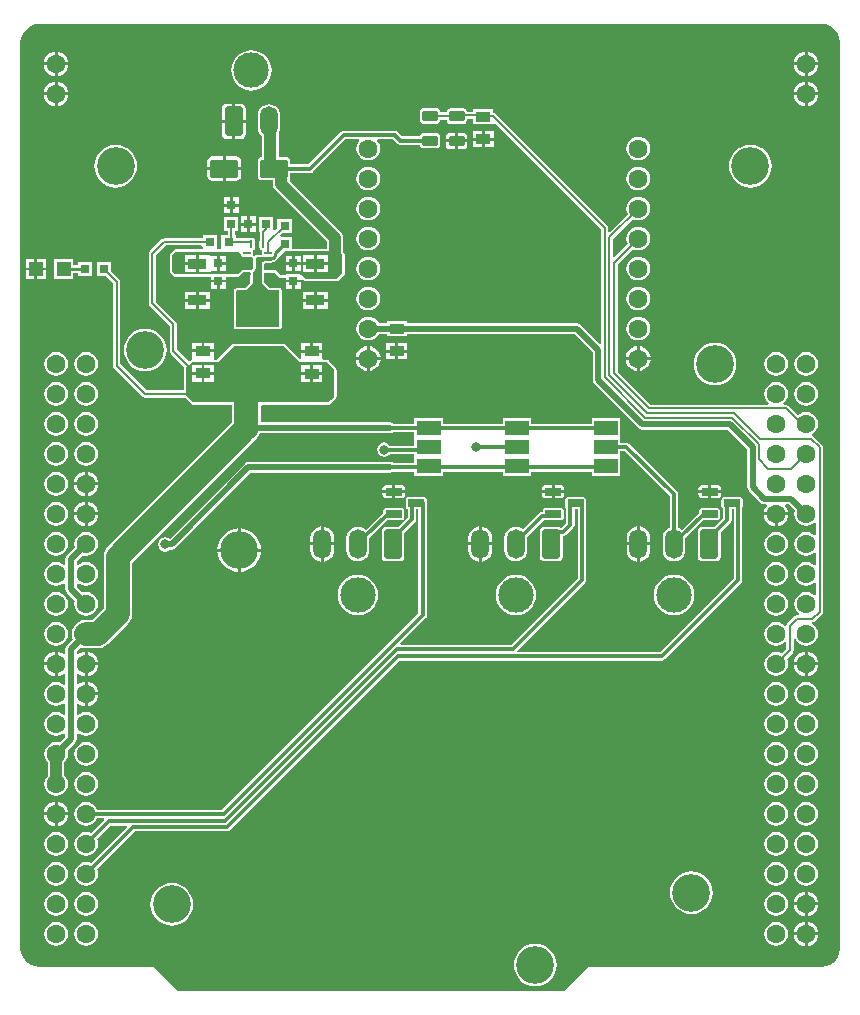
<source format=gbr>
%TF.GenerationSoftware,Altium Limited,Altium Designer,20.1.14 (287)*%
G04 Layer_Physical_Order=1*
G04 Layer_Color=16711680*
%FSLAX44Y44*%
%MOMM*%
%TF.SameCoordinates,63771276-D6CB-4F8E-99AF-54020A414098*%
%TF.FilePolarity,Positive*%
%TF.FileFunction,Copper,L1,Top,Signal*%
%TF.Part,Single*%
G01*
G75*
%TA.AperFunction,SMDPad,CuDef*%
%ADD10R,0.8000X0.8000*%
%ADD11R,1.6000X0.9000*%
%TA.AperFunction,SMDPad,SMDef*%
G04:AMPARAMS|DCode=12|XSize=0.25mm|YSize=0.8mm|CornerRadius=0.0313mm|HoleSize=0mm|Usage=FLASHONLY|Rotation=0.000|XOffset=0mm|YOffset=0mm|HoleType=Round|Shape=RoundedRectangle|*
%AMROUNDEDRECTD12*
21,1,0.2500,0.7375,0,0,0.0*
21,1,0.1875,0.8000,0,0,0.0*
1,1,0.0625,0.0938,-0.3688*
1,1,0.0625,-0.0938,-0.3688*
1,1,0.0625,-0.0938,0.3688*
1,1,0.0625,0.0938,0.3688*
%
%ADD12ROUNDEDRECTD12*%
%TA.AperFunction,SMDPad,CuDef*%
G04:AMPARAMS|DCode=13|XSize=0.25mm|YSize=0.6mm|CornerRadius=0.025mm|HoleSize=0mm|Usage=FLASHONLY|Rotation=270.000|XOffset=0mm|YOffset=0mm|HoleType=Round|Shape=RoundedRectangle|*
%AMROUNDEDRECTD13*
21,1,0.2500,0.5500,0,0,270.0*
21,1,0.2000,0.6000,0,0,270.0*
1,1,0.0500,-0.2750,-0.1000*
1,1,0.0500,-0.2750,0.1000*
1,1,0.0500,0.2750,0.1000*
1,1,0.0500,0.2750,-0.1000*
%
%ADD13ROUNDEDRECTD13*%
G04:AMPARAMS|DCode=14|XSize=0.25mm|YSize=1.825mm|CornerRadius=0.025mm|HoleSize=0mm|Usage=FLASHONLY|Rotation=180.000|XOffset=0mm|YOffset=0mm|HoleType=Round|Shape=RoundedRectangle|*
%AMROUNDEDRECTD14*
21,1,0.2500,1.7750,0,0,180.0*
21,1,0.2000,1.8250,0,0,180.0*
1,1,0.0500,-0.1000,0.8875*
1,1,0.0500,0.1000,0.8875*
1,1,0.0500,0.1000,-0.8875*
1,1,0.0500,-0.1000,-0.8875*
%
%ADD14ROUNDEDRECTD14*%
G04:AMPARAMS|DCode=15|XSize=0.25mm|YSize=0.6mm|CornerRadius=0.025mm|HoleSize=0mm|Usage=FLASHONLY|Rotation=180.000|XOffset=0mm|YOffset=0mm|HoleType=Round|Shape=RoundedRectangle|*
%AMROUNDEDRECTD15*
21,1,0.2500,0.5500,0,0,180.0*
21,1,0.2000,0.6000,0,0,180.0*
1,1,0.0500,-0.1000,0.2750*
1,1,0.0500,0.1000,0.2750*
1,1,0.0500,0.1000,-0.2750*
1,1,0.0500,-0.1000,-0.2750*
%
%ADD15ROUNDEDRECTD15*%
G04:AMPARAMS|DCode=16|XSize=1.3mm|YSize=0.9mm|CornerRadius=0.09mm|HoleSize=0mm|Usage=FLASHONLY|Rotation=0.000|XOffset=0mm|YOffset=0mm|HoleType=Round|Shape=RoundedRectangle|*
%AMROUNDEDRECTD16*
21,1,1.3000,0.7200,0,0,0.0*
21,1,1.1200,0.9000,0,0,0.0*
1,1,0.1800,0.5600,-0.3600*
1,1,0.1800,-0.5600,-0.3600*
1,1,0.1800,-0.5600,0.3600*
1,1,0.1800,0.5600,0.3600*
%
%ADD16ROUNDEDRECTD16*%
%ADD17R,1.3000X0.9000*%
G04:AMPARAMS|DCode=18|XSize=0.6mm|YSize=1.4mm|CornerRadius=0.06mm|HoleSize=0mm|Usage=FLASHONLY|Rotation=90.000|XOffset=0mm|YOffset=0mm|HoleType=Round|Shape=RoundedRectangle|*
%AMROUNDEDRECTD18*
21,1,0.6000,1.2800,0,0,90.0*
21,1,0.4800,1.4000,0,0,90.0*
1,1,0.1200,0.6400,0.2400*
1,1,0.1200,0.6400,-0.2400*
1,1,0.1200,-0.6400,-0.2400*
1,1,0.1200,-0.6400,0.2400*
%
%ADD18ROUNDEDRECTD18*%
G04:AMPARAMS|DCode=19|XSize=1.55mm|YSize=2.35mm|CornerRadius=0.155mm|HoleSize=0mm|Usage=FLASHONLY|Rotation=270.000|XOffset=0mm|YOffset=0mm|HoleType=Round|Shape=RoundedRectangle|*
%AMROUNDEDRECTD19*
21,1,1.5500,2.0400,0,0,270.0*
21,1,1.2400,2.3500,0,0,270.0*
1,1,0.3100,-1.0200,-0.6200*
1,1,0.3100,-1.0200,0.6200*
1,1,0.3100,1.0200,0.6200*
1,1,0.3100,1.0200,-0.6200*
%
%ADD19ROUNDEDRECTD19*%
%ADD20R,2.0000X1.3000*%
%ADD21R,0.8000X0.8000*%
%ADD22R,1.2000X1.2500*%
%ADD23R,3.5000X2.9500*%
%TA.AperFunction,Conductor*%
%ADD24C,0.2000*%
%ADD25C,0.5000*%
%ADD26C,2.0000*%
%ADD27C,1.0000*%
%ADD28C,0.2540*%
%ADD29C,0.3000*%
%ADD30C,0.5400*%
%TA.AperFunction,ComponentPad*%
%ADD31C,3.0000*%
%ADD32O,1.5000X2.5000*%
G04:AMPARAMS|DCode=33|XSize=2.5mm|YSize=1.5mm|CornerRadius=0.15mm|HoleSize=0mm|Usage=FLASHONLY|Rotation=270.000|XOffset=0mm|YOffset=0mm|HoleType=Round|Shape=RoundedRectangle|*
%AMROUNDEDRECTD33*
21,1,2.5000,1.2000,0,0,270.0*
21,1,2.2000,1.5000,0,0,270.0*
1,1,0.3000,-0.6000,-1.1000*
1,1,0.3000,-0.6000,1.1000*
1,1,0.3000,0.6000,1.1000*
1,1,0.3000,0.6000,-1.1000*
%
%ADD33ROUNDEDRECTD33*%
%ADD34C,1.6000*%
%TA.AperFunction,WasherPad*%
%ADD35C,3.2000*%
%TA.AperFunction,ViaPad*%
%ADD36C,0.6000*%
%ADD37C,0.8000*%
%ADD38C,1.6000*%
G36*
X651355Y770104D02*
X654438Y768827D01*
X657213Y766973D01*
X659573Y764613D01*
X661427Y761838D01*
X662704Y758755D01*
X663355Y755482D01*
Y753813D01*
Y-11186D01*
X663355Y-12855D01*
X662704Y-16128D01*
X661427Y-19211D01*
X659573Y-21986D01*
X657213Y-24346D01*
X654438Y-26200D01*
X651355Y-27477D01*
X648082Y-28128D01*
X451414D01*
X451414Y-28128D01*
X450243Y-28361D01*
X449251Y-29024D01*
X430147Y-48128D01*
X102681D01*
X83576Y-29024D01*
X82584Y-28361D01*
X81413Y-28128D01*
X81413Y-28128D01*
X-15255D01*
X-18528Y-27477D01*
X-21611Y-26200D01*
X-24386Y-24346D01*
X-26746Y-21986D01*
X-28600Y-19211D01*
X-29877Y-16128D01*
X-30528Y-12855D01*
Y-11186D01*
Y753813D01*
X-30528Y755482D01*
X-29877Y758755D01*
X-28600Y761838D01*
X-26746Y764613D01*
X-24386Y766973D01*
X-21611Y768827D01*
X-18528Y770104D01*
X-15255Y770755D01*
X648082D01*
X651355Y770104D01*
D02*
G37*
%LPC*%
G36*
X635849Y747026D02*
Y737850D01*
X645026D01*
X644830Y739341D01*
X643772Y741895D01*
X642089Y744089D01*
X639895Y745772D01*
X637341Y746830D01*
X635849Y747026D01*
D02*
G37*
G36*
X850D02*
Y737850D01*
X10026D01*
X9830Y739341D01*
X8772Y741895D01*
X7089Y744089D01*
X4895Y745772D01*
X2341Y746830D01*
X850Y747026D01*
D02*
G37*
G36*
X633350Y747026D02*
X631859Y746830D01*
X629305Y745772D01*
X627111Y744089D01*
X625428Y741895D01*
X624370Y739341D01*
X624174Y737850D01*
X633350D01*
Y747026D01*
D02*
G37*
G36*
X-1650D02*
X-3141Y746830D01*
X-5695Y745772D01*
X-7889Y744089D01*
X-9572Y741895D01*
X-10630Y739341D01*
X-10826Y737850D01*
X-1650D01*
Y747026D01*
D02*
G37*
G36*
X633350Y735350D02*
X624174D01*
X624370Y733859D01*
X625428Y731305D01*
X627111Y729111D01*
X629305Y727428D01*
X631859Y726370D01*
X633350Y726174D01*
Y735350D01*
D02*
G37*
G36*
X-1650D02*
X-10826D01*
X-10630Y733859D01*
X-9572Y731305D01*
X-7889Y729111D01*
X-5695Y727428D01*
X-3141Y726370D01*
X-1650Y726174D01*
Y735350D01*
D02*
G37*
G36*
X645026D02*
X635849D01*
Y726174D01*
X637341Y726370D01*
X639895Y727428D01*
X642089Y729111D01*
X643772Y731305D01*
X644830Y733859D01*
X645026Y735350D01*
D02*
G37*
G36*
X10026D02*
X850D01*
Y726174D01*
X2341Y726370D01*
X4895Y727428D01*
X7089Y729111D01*
X8772Y731305D01*
X9830Y733859D01*
X10026Y735350D01*
D02*
G37*
G36*
X164999Y748286D02*
X161667Y747957D01*
X158462Y746985D01*
X155509Y745407D01*
X152920Y743282D01*
X150796Y740694D01*
X149217Y737740D01*
X148245Y734536D01*
X147917Y731203D01*
X148245Y727871D01*
X149217Y724666D01*
X150796Y721713D01*
X152920Y719124D01*
X155509Y717000D01*
X158462Y715421D01*
X161667Y714449D01*
X164999Y714121D01*
X168332Y714449D01*
X171536Y715421D01*
X174490Y717000D01*
X177078Y719124D01*
X179202Y721713D01*
X180781Y724666D01*
X181753Y727871D01*
X182081Y731203D01*
X181753Y734536D01*
X180781Y737740D01*
X179202Y740694D01*
X177078Y743282D01*
X174490Y745407D01*
X171536Y746985D01*
X168332Y747957D01*
X164999Y748286D01*
D02*
G37*
G36*
X635849Y721626D02*
Y712450D01*
X645026D01*
X644830Y713941D01*
X643772Y716495D01*
X642089Y718689D01*
X639895Y720372D01*
X637341Y721430D01*
X635849Y721626D01*
D02*
G37*
G36*
X850D02*
Y712450D01*
X10026D01*
X9830Y713941D01*
X8772Y716495D01*
X7089Y718689D01*
X4895Y720372D01*
X2341Y721430D01*
X850Y721626D01*
D02*
G37*
G36*
X633350Y721626D02*
X631859Y721430D01*
X629305Y720372D01*
X627111Y718689D01*
X625428Y716495D01*
X624370Y713941D01*
X624174Y712450D01*
X633350D01*
Y721626D01*
D02*
G37*
G36*
X-1650D02*
X-3141Y721430D01*
X-5695Y720372D01*
X-7889Y718689D01*
X-9572Y716495D01*
X-10630Y713941D01*
X-10826Y712450D01*
X-1650D01*
Y721626D01*
D02*
G37*
G36*
X633350Y709950D02*
X624174D01*
X624370Y708459D01*
X625428Y705905D01*
X627111Y703711D01*
X629305Y702028D01*
X631859Y700970D01*
X633350Y700774D01*
Y709950D01*
D02*
G37*
G36*
X-1650D02*
X-10826D01*
X-10630Y708459D01*
X-9572Y705905D01*
X-7889Y703711D01*
X-5695Y702028D01*
X-3141Y700970D01*
X-1650Y700774D01*
Y709950D01*
D02*
G37*
G36*
X645026D02*
X635849D01*
Y700774D01*
X637341Y700970D01*
X639895Y702028D01*
X642089Y703711D01*
X643772Y705905D01*
X644830Y708459D01*
X645026Y709950D01*
D02*
G37*
G36*
X10026D02*
X850D01*
Y700774D01*
X2341Y700970D01*
X4895Y702028D01*
X7089Y703711D01*
X8772Y705905D01*
X9830Y708459D01*
X10026Y709950D01*
D02*
G37*
G36*
X156000Y703078D02*
X151250D01*
Y689250D01*
X160078D01*
Y699000D01*
X159768Y700561D01*
X158884Y701884D01*
X157561Y702768D01*
X156000Y703078D01*
D02*
G37*
G36*
X148750D02*
X144000D01*
X142439Y702768D01*
X141116Y701884D01*
X140232Y700561D01*
X139922Y699000D01*
Y689250D01*
X148750D01*
Y703078D01*
D02*
G37*
G36*
X370250Y680000D02*
X362500D01*
Y674249D01*
X370250D01*
Y680000D01*
D02*
G37*
G36*
X360000D02*
X352250D01*
Y674249D01*
X360000D01*
Y680000D01*
D02*
G37*
G36*
X160078Y686750D02*
X151250D01*
Y672922D01*
X156000D01*
X157561Y673232D01*
X158884Y674116D01*
X159768Y675439D01*
X160078Y677000D01*
Y686750D01*
D02*
G37*
G36*
X148750D02*
X139922D01*
Y677000D01*
X140232Y675439D01*
X141116Y674116D01*
X142439Y673232D01*
X144000Y672922D01*
X148750D01*
Y686750D01*
D02*
G37*
G36*
X344350Y678567D02*
X340001D01*
Y672750D01*
X347817D01*
Y675100D01*
X347553Y676427D01*
X346801Y677551D01*
X345677Y678303D01*
X344350Y678567D01*
D02*
G37*
G36*
X337501D02*
X333150D01*
X331823Y678303D01*
X330699Y677551D01*
X329947Y676427D01*
X329683Y675100D01*
Y672750D01*
X337501D01*
Y678567D01*
D02*
G37*
G36*
X370250Y671749D02*
X362500D01*
Y666000D01*
X370250D01*
Y671749D01*
D02*
G37*
G36*
X360000D02*
X352250D01*
Y666000D01*
X360000D01*
Y671749D01*
D02*
G37*
G36*
X180000Y702582D02*
X177520Y702255D01*
X175209Y701298D01*
X173225Y699775D01*
X171702Y697791D01*
X170744Y695480D01*
X170418Y693000D01*
Y683000D01*
X170744Y680520D01*
X171702Y678209D01*
X173225Y676225D01*
X173896Y675709D01*
Y657820D01*
X173800D01*
X172415Y657544D01*
X171241Y656759D01*
X170456Y655585D01*
X170180Y654200D01*
Y641800D01*
X170456Y640415D01*
X171241Y639241D01*
X172415Y638456D01*
X173800Y638181D01*
X183342D01*
Y634597D01*
X183583Y632770D01*
X184288Y631067D01*
X185410Y629605D01*
X228746Y586269D01*
Y580851D01*
X227848Y579953D01*
X199000Y579953D01*
Y590500D01*
X189985D01*
X189499Y591673D01*
X191326Y593500D01*
X199000D01*
Y605500D01*
X187000D01*
Y597826D01*
X184770Y595596D01*
X183500Y596122D01*
Y607000D01*
X171500D01*
Y595000D01*
X171531D01*
X171941Y594500D01*
X171941Y594500D01*
Y587719D01*
X171881Y587628D01*
X171706Y586750D01*
Y581250D01*
X171881Y580372D01*
X172378Y579628D01*
X173122Y579131D01*
X173990Y578698D01*
X173956Y577750D01*
Y575750D01*
X173489Y575181D01*
X169677Y575181D01*
X169352Y575117D01*
X169023Y575073D01*
X168964Y575039D01*
X168897Y575026D01*
X168621Y574842D01*
X168334Y574676D01*
X167580Y574016D01*
X166341Y575254D01*
X166175Y575365D01*
X166033Y575508D01*
X165999Y575522D01*
X166044Y575750D01*
Y577750D01*
X166009Y578698D01*
X166878Y579131D01*
X167622Y579628D01*
X168119Y580372D01*
X168294Y581250D01*
Y586750D01*
X168119Y587628D01*
X167622Y588372D01*
X166878Y588869D01*
X166000Y589044D01*
X164824D01*
X164750Y589059D01*
X164750Y589059D01*
X151611D01*
Y592000D01*
X151059D01*
Y595055D01*
X154000D01*
Y607054D01*
X142000D01*
Y595055D01*
X144941D01*
Y592000D01*
X139611D01*
Y580000D01*
X138428Y579789D01*
X136794D01*
X135611Y581059D01*
Y592000D01*
X123611D01*
Y589059D01*
X91000D01*
X89830Y588826D01*
X88837Y588163D01*
X88837Y588163D01*
X78837Y578163D01*
X78174Y577170D01*
X77941Y576000D01*
X77941Y576000D01*
Y534074D01*
X77941Y534074D01*
X78174Y532904D01*
X78837Y531911D01*
X95941Y514807D01*
Y493600D01*
X95941Y493600D01*
X96174Y492429D01*
X96837Y491437D01*
X107993Y480281D01*
X107971Y480213D01*
X107981Y480106D01*
X107960Y480000D01*
X107961Y461157D01*
X107063Y460259D01*
X76229D01*
X54059Y482429D01*
Y552178D01*
X53826Y553349D01*
X53163Y554341D01*
X46178Y561326D01*
Y569000D01*
X34178D01*
Y557000D01*
X41852D01*
X47941Y550911D01*
Y481162D01*
X47941Y481162D01*
X48174Y479992D01*
X48837Y478999D01*
X72799Y455037D01*
X72799Y455037D01*
X73792Y454374D01*
X74962Y454141D01*
X108975D01*
X114348Y448768D01*
X114515Y448656D01*
X114657Y448514D01*
X114814Y448409D01*
X115000Y448332D01*
X115010Y448326D01*
X115021Y448324D01*
X115173Y448261D01*
X115342Y448191D01*
X115351Y448184D01*
X115363Y448182D01*
X115548Y448105D01*
X115734Y448068D01*
X115935Y448068D01*
X116132Y448029D01*
X148641Y448009D01*
Y433258D01*
X43442Y328059D01*
X41518Y325552D01*
X40309Y322633D01*
X39896Y319500D01*
Y276014D01*
X29987Y266104D01*
X25000D01*
X21867Y265691D01*
X18948Y264482D01*
X16442Y262558D01*
X14518Y260052D01*
X13309Y257133D01*
X12896Y254000D01*
X13309Y250867D01*
X13831Y249608D01*
X8911Y244688D01*
X7873Y243134D01*
X7508Y241300D01*
X7508Y241300D01*
Y237368D01*
X6238Y236742D01*
X4895Y237772D01*
X2341Y238830D01*
X850Y239026D01*
Y228600D01*
Y218174D01*
X2341Y218370D01*
X4895Y219428D01*
X6238Y220459D01*
X7508Y219832D01*
Y211335D01*
X6238Y210711D01*
X4643Y211935D01*
X2210Y212943D01*
X-400Y213286D01*
X-3011Y212943D01*
X-5443Y211935D01*
X-7532Y210332D01*
X-9135Y208243D01*
X-10143Y205811D01*
X-10486Y203200D01*
X-10143Y200590D01*
X-9135Y198157D01*
X-7532Y196068D01*
X-5443Y194465D01*
X-3011Y193457D01*
X-400Y193114D01*
X2210Y193457D01*
X4643Y194465D01*
X6238Y195689D01*
X7508Y195065D01*
Y185935D01*
X6238Y185311D01*
X4643Y186535D01*
X2210Y187543D01*
X-400Y187886D01*
X-3011Y187543D01*
X-5443Y186535D01*
X-7532Y184932D01*
X-9135Y182843D01*
X-10143Y180410D01*
X-10486Y177800D01*
X-10143Y175189D01*
X-9135Y172757D01*
X-7532Y170668D01*
X-5443Y169065D01*
X-3011Y168057D01*
X-400Y167714D01*
X2210Y168057D01*
X4643Y169065D01*
X6238Y170289D01*
X7508Y169665D01*
Y167085D01*
X2462Y162039D01*
X2210Y162143D01*
X-400Y162486D01*
X-3011Y162143D01*
X-5443Y161135D01*
X-7532Y159532D01*
X-9135Y157443D01*
X-10143Y155010D01*
X-10486Y152400D01*
X-10143Y149789D01*
X-9135Y147357D01*
X-7532Y145268D01*
X-7460Y145213D01*
Y134187D01*
X-7532Y134132D01*
X-9135Y132043D01*
X-10143Y129611D01*
X-10486Y127000D01*
X-10143Y124389D01*
X-9135Y121957D01*
X-7532Y119868D01*
X-5443Y118265D01*
X-3011Y117257D01*
X-400Y116914D01*
X2210Y117257D01*
X4643Y118265D01*
X6732Y119868D01*
X8335Y121957D01*
X9343Y124389D01*
X9686Y127000D01*
X9343Y129611D01*
X8335Y132043D01*
X6732Y134132D01*
X6660Y134187D01*
Y145213D01*
X6732Y145268D01*
X8335Y147357D01*
X9343Y149789D01*
X9686Y152400D01*
X9343Y155010D01*
X9239Y155262D01*
X15688Y161711D01*
X15689Y161712D01*
X16727Y163266D01*
X17092Y165100D01*
X17092Y165100D01*
Y169665D01*
X18362Y170289D01*
X19957Y169065D01*
X22390Y168057D01*
X25000Y167714D01*
X27610Y168057D01*
X30043Y169065D01*
X32132Y170668D01*
X33735Y172757D01*
X34743Y175189D01*
X35086Y177800D01*
X34743Y180410D01*
X33735Y182843D01*
X32132Y184932D01*
X30043Y186535D01*
X27610Y187543D01*
X25000Y187886D01*
X22390Y187543D01*
X19957Y186535D01*
X18362Y185311D01*
X17092Y185935D01*
Y194432D01*
X18362Y195058D01*
X19705Y194028D01*
X22259Y192970D01*
X23750Y192774D01*
Y203200D01*
Y213626D01*
X22259Y213430D01*
X19705Y212372D01*
X18362Y211341D01*
X17092Y211968D01*
Y219832D01*
X18362Y220459D01*
X19705Y219428D01*
X22259Y218370D01*
X23750Y218174D01*
Y228600D01*
Y239026D01*
X22259Y238830D01*
X19705Y237772D01*
X18362Y236742D01*
X17092Y237368D01*
Y239315D01*
X20608Y242831D01*
X21867Y242309D01*
X25000Y241896D01*
X35000D01*
X38133Y242309D01*
X41052Y243518D01*
X43559Y245441D01*
X60559Y262442D01*
X62482Y264948D01*
X63691Y267867D01*
X64104Y271000D01*
Y314487D01*
X169303Y419686D01*
X169809Y420191D01*
X171732Y422698D01*
X172235Y423912D01*
X282573D01*
X284329Y424261D01*
X285332Y424931D01*
X303000D01*
Y413569D01*
X282332D01*
X281826Y414326D01*
X279841Y415652D01*
X277500Y416118D01*
X275159Y415652D01*
X273174Y414326D01*
X271848Y412341D01*
X271383Y410000D01*
X271848Y407659D01*
X273174Y405674D01*
X275159Y404348D01*
X277500Y403882D01*
X279841Y404348D01*
X281826Y405674D01*
X282332Y406431D01*
X303000D01*
Y398569D01*
X285373D01*
X284370Y399239D01*
X282614Y399588D01*
X162500D01*
X160744Y399239D01*
X159256Y398244D01*
X95638Y334627D01*
X94341Y335493D01*
X92000Y335959D01*
X89659Y335493D01*
X87674Y334167D01*
X86348Y332182D01*
X85883Y329841D01*
X86348Y327500D01*
X87674Y325515D01*
X89659Y324189D01*
X92000Y323724D01*
X94341Y324189D01*
X95933Y325253D01*
X97341D01*
X99097Y325602D01*
X100585Y326597D01*
X164401Y390412D01*
X282614D01*
X284370Y390761D01*
X285373Y391431D01*
X303000D01*
Y388000D01*
X327000D01*
Y391431D01*
X378000D01*
Y388000D01*
X402000D01*
Y391431D01*
X453000D01*
Y388000D01*
X477000D01*
Y404000D01*
Y408931D01*
X481022D01*
X519097Y370856D01*
Y344008D01*
X517875Y343502D01*
X515890Y341979D01*
X514368Y339994D01*
X513410Y337683D01*
X513084Y335203D01*
Y325203D01*
X513410Y322723D01*
X514368Y320412D01*
X515890Y318428D01*
X517875Y316905D01*
X520186Y315948D01*
X522666Y315621D01*
X525146Y315948D01*
X527457Y316905D01*
X529441Y318428D01*
X530964Y320412D01*
X531921Y322723D01*
X532248Y325203D01*
Y334954D01*
X532280Y334976D01*
X547735Y350431D01*
X551500D01*
X551589Y350449D01*
X559400D01*
X560414Y350651D01*
X561274Y351226D01*
X561849Y352085D01*
X562051Y353100D01*
Y357900D01*
X561849Y358914D01*
X561274Y359775D01*
X560414Y360349D01*
X559400Y360551D01*
X546600D01*
X545586Y360349D01*
X544725Y359775D01*
X544151Y358914D01*
X543949Y357900D01*
Y356667D01*
X543734Y356523D01*
X529299Y342088D01*
X527457Y343502D01*
X526234Y344008D01*
Y372334D01*
X525963Y373700D01*
X525189Y374857D01*
X485023Y415023D01*
X483866Y415797D01*
X482500Y416069D01*
X477000D01*
Y420000D01*
Y437000D01*
X453000D01*
Y432069D01*
X402000D01*
Y437000D01*
X378000D01*
Y432069D01*
X327000D01*
Y437000D01*
X303000D01*
Y432069D01*
X285332D01*
X284329Y432739D01*
X282573Y433088D01*
X172848D01*
Y447096D01*
X173746Y447994D01*
X229799Y447961D01*
X229996Y448000D01*
X230198D01*
X230382Y448037D01*
X230567Y448113D01*
X230579Y448116D01*
X230589Y448122D01*
X230760Y448193D01*
X230910Y448255D01*
X230922Y448257D01*
X230932Y448264D01*
X231117Y448341D01*
X231273Y448445D01*
X231416Y448588D01*
X231583Y448700D01*
X236300Y453416D01*
X236412Y453583D01*
X236554Y453725D01*
X236659Y453882D01*
X236735Y454068D01*
X236742Y454078D01*
X236744Y454089D01*
X236877Y454411D01*
X236884Y454420D01*
X236886Y454432D01*
X236963Y454617D01*
X237000Y454803D01*
Y455004D01*
X237039Y455201D01*
Y477799D01*
X237000Y477996D01*
X237000Y478197D01*
X236963Y478383D01*
X236886Y478568D01*
X236884Y478580D01*
X236877Y478589D01*
X236744Y478911D01*
X236742Y478922D01*
X236735Y478932D01*
X236659Y479118D01*
X236554Y479275D01*
X236412Y479417D01*
X236300Y479584D01*
X230584Y485300D01*
X230417Y485412D01*
X230275Y485554D01*
X230118Y485659D01*
X229932Y485736D01*
X229922Y485742D01*
X229911Y485744D01*
X229589Y485877D01*
X229580Y485884D01*
X229568Y485886D01*
X229383Y485963D01*
X229197Y486000D01*
X228996D01*
X228799Y486039D01*
X226079D01*
X225000Y486500D01*
X225000Y487309D01*
Y492249D01*
X216000D01*
X207000D01*
Y487430D01*
X205730Y486904D01*
X193904Y498730D01*
X193737Y498841D01*
X193595Y498983D01*
X193438Y499088D01*
X193252Y499165D01*
X193242Y499172D01*
X193231Y499174D01*
X192910Y499307D01*
X192900Y499314D01*
X192888Y499316D01*
X192703Y499393D01*
X192517Y499430D01*
X192316D01*
X192119Y499469D01*
X150112D01*
X149913Y499429D01*
X149710Y499429D01*
X149526Y499392D01*
X149345Y499316D01*
X149331Y499314D01*
X149320Y499306D01*
X149164Y499241D01*
X149002Y499174D01*
X148988Y499171D01*
X148977Y499164D01*
X148795Y499088D01*
X148640Y498984D01*
X148496Y498841D01*
X148328Y498728D01*
X136156Y486507D01*
X136153Y486504D01*
X136152Y486502D01*
X136150Y486501D01*
X135690Y486039D01*
X133976D01*
X133000Y486750D01*
X133000Y487309D01*
Y492499D01*
X124000D01*
Y493749D01*
D01*
Y492499D01*
X115000D01*
Y487224D01*
X114993Y487080D01*
X114909Y486810D01*
X114823Y486675D01*
X114518Y486252D01*
X114161Y485884D01*
X113917Y485721D01*
X113658Y485585D01*
X112378Y484548D01*
X102059Y494867D01*
Y516074D01*
X102059Y516074D01*
X101826Y517244D01*
X101163Y518237D01*
X101163Y518237D01*
X84059Y535341D01*
Y574733D01*
X92267Y582941D01*
X122713D01*
X123611Y582043D01*
X123611Y580000D01*
X122429Y579789D01*
X100913Y579789D01*
X100913Y579789D01*
X100132Y579634D01*
X99471Y579192D01*
X99471Y579192D01*
X96558Y576279D01*
X96558Y576279D01*
X96116Y575617D01*
X95961Y574837D01*
X95961Y561015D01*
X95961Y561015D01*
X95961Y561014D01*
X96116Y560234D01*
X96116Y560234D01*
X96116Y560234D01*
X96399Y559811D01*
X96558Y559573D01*
X96558Y559572D01*
X96558Y559572D01*
X99000Y557130D01*
X99000Y557130D01*
X99000Y557130D01*
X99304Y556927D01*
X99662Y556688D01*
X99662Y556688D01*
X99662Y556688D01*
X100028Y556615D01*
X100442Y556533D01*
X100442Y556533D01*
X100442Y556533D01*
X130500D01*
Y554101D01*
X137000D01*
X143500D01*
Y556533D01*
X153852D01*
X153857Y556534D01*
X153863Y556533D01*
X154248Y556612D01*
X154632Y556688D01*
X154637Y556691D01*
X154642Y556692D01*
X154968Y556912D01*
X155294Y557130D01*
X155297Y557135D01*
X155301Y557138D01*
X158223Y560091D01*
X163842D01*
X163960Y559973D01*
X164000Y559776D01*
Y559575D01*
X164005Y559549D01*
Y557951D01*
X164000Y557924D01*
Y557723D01*
X163960Y557526D01*
X163960Y551559D01*
X159573Y547171D01*
X153112Y547171D01*
X153112Y547171D01*
X152332Y547016D01*
X151670Y546574D01*
X151096Y546000D01*
X150500D01*
Y545403D01*
X150485Y545388D01*
X150485Y545388D01*
X150043Y544727D01*
X149888Y543946D01*
X149888Y514000D01*
X150043Y513219D01*
X150486Y512558D01*
X150500Y512548D01*
Y512500D01*
X150572D01*
X151147Y512116D01*
X151927Y511961D01*
X188464Y511961D01*
X189244Y512116D01*
X189906Y512558D01*
X190348Y513220D01*
X190503Y514000D01*
X190504Y545037D01*
X190503Y545042D01*
X190504Y545047D01*
X190425Y545433D01*
X190348Y545817D01*
X190345Y545821D01*
X190345Y545826D01*
X190126Y546150D01*
X189906Y546479D01*
X189902Y546481D01*
X189899Y546485D01*
X189803Y546581D01*
X189476Y546797D01*
X189148Y547016D01*
X189143Y547017D01*
X189139Y547020D01*
X188752Y547095D01*
X188368Y547171D01*
X180712Y547171D01*
X176039Y551845D01*
X176039Y557530D01*
X176000Y557727D01*
Y557928D01*
X175995Y557951D01*
Y558882D01*
X176461Y559546D01*
X177043Y559998D01*
X177309Y560005D01*
X177309Y560005D01*
X181549D01*
X181933Y559929D01*
X181977Y559899D01*
X182174Y559860D01*
X182359Y559783D01*
X182560D01*
X182757Y559744D01*
X184830Y559744D01*
X188489Y556085D01*
X188489Y556085D01*
X189150Y555643D01*
X189931Y555488D01*
X193611Y555488D01*
X193611Y555488D01*
X194009Y555161D01*
Y554101D01*
X200509D01*
X207809D01*
X208279Y554293D01*
X209313Y553238D01*
X209322Y553232D01*
X209328Y553223D01*
X209650Y553007D01*
X209970Y552789D01*
X209980Y552787D01*
X209989Y552781D01*
X210369Y552705D01*
X210748Y552626D01*
X210759Y552628D01*
X210770Y552626D01*
X237309Y552626D01*
X238090Y552781D01*
X238421Y553003D01*
X238751Y553223D01*
X238751Y553223D01*
X243441Y557915D01*
X243441Y557915D01*
X243883Y558576D01*
X243883Y558576D01*
X243883Y558576D01*
X244039Y559356D01*
X244039Y574751D01*
X244039Y574751D01*
X244039Y574751D01*
X243954Y575178D01*
X243884Y575531D01*
X243883Y575531D01*
X243883Y575531D01*
X243637Y575900D01*
X243442Y576193D01*
X243441Y576193D01*
X243441Y576193D01*
X242866Y576768D01*
Y589194D01*
X242626Y591021D01*
X241921Y592724D01*
X240799Y594186D01*
X197463Y637522D01*
Y640294D01*
X197544Y640415D01*
X197819Y641800D01*
Y644431D01*
X214607D01*
X215973Y644703D01*
X217131Y645477D01*
X244585Y672931D01*
X255806D01*
X256407Y671661D01*
X255165Y670043D01*
X254157Y667610D01*
X253814Y665000D01*
X254157Y662390D01*
X255165Y659957D01*
X256768Y657868D01*
X258857Y656265D01*
X261290Y655257D01*
X263900Y654914D01*
X266511Y655257D01*
X268943Y656265D01*
X271032Y657868D01*
X272635Y659957D01*
X273643Y662390D01*
X273986Y665000D01*
X273643Y667610D01*
X272635Y670043D01*
X271393Y671661D01*
X271994Y672931D01*
X284853D01*
X288558Y669226D01*
X289715Y668453D01*
X291081Y668181D01*
X307693D01*
Y668149D01*
X307918Y667018D01*
X308559Y666059D01*
X309518Y665418D01*
X310650Y665193D01*
X321850D01*
X322981Y665418D01*
X323941Y666059D01*
X324582Y667018D01*
X324807Y668149D01*
Y675350D01*
X324582Y676481D01*
X323941Y677440D01*
X322981Y678081D01*
X321850Y678306D01*
X310650D01*
X309518Y678081D01*
X308559Y677440D01*
X307918Y676481D01*
X307693Y675350D01*
Y675318D01*
X292559D01*
X288854Y679023D01*
X287696Y679797D01*
X286331Y680069D01*
X243107D01*
X241742Y679797D01*
X240584Y679023D01*
X213129Y651569D01*
X197819D01*
Y654200D01*
X197544Y655585D01*
X196759Y656759D01*
X195585Y657544D01*
X194200Y657820D01*
X188017D01*
Y677843D01*
X188298Y678209D01*
X189256Y680520D01*
X189582Y683000D01*
Y693000D01*
X189256Y695480D01*
X188298Y697791D01*
X186775Y699775D01*
X184791Y701298D01*
X182480Y702255D01*
X180000Y702582D01*
D02*
G37*
G36*
X347817Y670250D02*
X340001D01*
Y664433D01*
X344350D01*
X345677Y664697D01*
X346801Y665449D01*
X347553Y666573D01*
X347817Y667900D01*
Y670250D01*
D02*
G37*
G36*
X337501D02*
X329683D01*
Y667900D01*
X329947Y666573D01*
X330699Y665449D01*
X331823Y664697D01*
X333150Y664433D01*
X337501D01*
Y670250D01*
D02*
G37*
G36*
X492500Y675086D02*
X489889Y674743D01*
X487457Y673735D01*
X485368Y672132D01*
X483765Y670043D01*
X482757Y667610D01*
X482414Y665000D01*
X482757Y662390D01*
X483765Y659957D01*
X485368Y657868D01*
X487457Y656265D01*
X489889Y655257D01*
X492500Y654914D01*
X495111Y655257D01*
X497543Y656265D01*
X499632Y657868D01*
X501235Y659957D01*
X502243Y662390D01*
X502586Y665000D01*
X502243Y667610D01*
X501235Y670043D01*
X499632Y672132D01*
X497543Y673735D01*
X495111Y674743D01*
X492500Y675086D01*
D02*
G37*
G36*
X152200Y658329D02*
X143250D01*
Y649250D01*
X156329D01*
Y654200D01*
X156015Y655780D01*
X155120Y657120D01*
X153780Y658015D01*
X152200Y658329D01*
D02*
G37*
G36*
X140750D02*
X131800D01*
X130220Y658015D01*
X128880Y657120D01*
X127985Y655780D01*
X127671Y654200D01*
Y649250D01*
X140750D01*
Y658329D01*
D02*
G37*
G36*
X156329Y646750D02*
X143250D01*
Y637671D01*
X152200D01*
X153780Y637985D01*
X155120Y638880D01*
X156015Y640220D01*
X156329Y641800D01*
Y646750D01*
D02*
G37*
G36*
X140750D02*
X127671D01*
Y641800D01*
X127985Y640220D01*
X128880Y638880D01*
X130220Y637985D01*
X131800Y637671D01*
X140750D01*
Y646750D01*
D02*
G37*
G36*
X587500Y668087D02*
X583971Y667739D01*
X580578Y666710D01*
X577451Y665039D01*
X574710Y662790D01*
X572461Y660049D01*
X570790Y656922D01*
X569760Y653529D01*
X569413Y650000D01*
X569760Y646471D01*
X570790Y643078D01*
X572461Y639951D01*
X574710Y637211D01*
X577451Y634961D01*
X580578Y633290D01*
X583971Y632261D01*
X587500Y631913D01*
X591029Y632261D01*
X594422Y633290D01*
X597549Y634961D01*
X600289Y637211D01*
X602539Y639951D01*
X604210Y643078D01*
X605239Y646471D01*
X605587Y650000D01*
X605239Y653529D01*
X604210Y656922D01*
X602539Y660049D01*
X600289Y662790D01*
X597549Y665039D01*
X594422Y666710D01*
X591029Y667739D01*
X587500Y668087D01*
D02*
G37*
G36*
X50000D02*
X46471Y667739D01*
X43078Y666710D01*
X39951Y665039D01*
X37211Y662790D01*
X34961Y660049D01*
X33290Y656922D01*
X32260Y653529D01*
X31913Y650000D01*
X32260Y646471D01*
X33290Y643078D01*
X34961Y639951D01*
X37211Y637211D01*
X39951Y634961D01*
X43078Y633290D01*
X46471Y632261D01*
X50000Y631913D01*
X53529Y632261D01*
X56922Y633290D01*
X60049Y634961D01*
X62790Y637211D01*
X65039Y639951D01*
X66710Y643078D01*
X67740Y646471D01*
X68087Y650000D01*
X67740Y653529D01*
X66710Y656922D01*
X65039Y660049D01*
X62790Y662790D01*
X60049Y665039D01*
X56922Y666710D01*
X53529Y667739D01*
X50000Y668087D01*
D02*
G37*
G36*
X492500Y649686D02*
X489889Y649343D01*
X487457Y648335D01*
X485368Y646732D01*
X483765Y644643D01*
X482757Y642210D01*
X482414Y639600D01*
X482757Y636990D01*
X483765Y634557D01*
X485368Y632468D01*
X487457Y630865D01*
X489889Y629857D01*
X492500Y629514D01*
X495111Y629857D01*
X497543Y630865D01*
X499632Y632468D01*
X501235Y634557D01*
X502243Y636990D01*
X502586Y639600D01*
X502243Y642210D01*
X501235Y644643D01*
X499632Y646732D01*
X497543Y648335D01*
X495111Y649343D01*
X492500Y649686D01*
D02*
G37*
G36*
X263900D02*
X261290Y649343D01*
X258857Y648335D01*
X256768Y646732D01*
X255165Y644643D01*
X254157Y642210D01*
X253814Y639600D01*
X254157Y636990D01*
X255165Y634557D01*
X256768Y632468D01*
X258857Y630865D01*
X261290Y629857D01*
X263900Y629514D01*
X266511Y629857D01*
X268943Y630865D01*
X271032Y632468D01*
X272635Y634557D01*
X273643Y636990D01*
X273986Y639600D01*
X273643Y642210D01*
X272635Y644643D01*
X271032Y646732D01*
X268943Y648335D01*
X266511Y649343D01*
X263900Y649686D01*
D02*
G37*
G36*
X154500Y623554D02*
X149250D01*
Y618304D01*
X154500D01*
Y623554D01*
D02*
G37*
G36*
X146750D02*
X141500D01*
Y618304D01*
X146750D01*
Y623554D01*
D02*
G37*
G36*
X154500Y615804D02*
X149250D01*
Y610555D01*
X154500D01*
Y615804D01*
D02*
G37*
G36*
X146750D02*
X141500D01*
Y610555D01*
X146750D01*
Y615804D01*
D02*
G37*
G36*
X321850Y699306D02*
X310650D01*
X309518Y699081D01*
X308559Y698440D01*
X307918Y697481D01*
X307693Y696349D01*
Y689149D01*
X307918Y688018D01*
X308559Y687059D01*
X309518Y686418D01*
X310650Y686193D01*
X321850D01*
X322981Y686418D01*
X323941Y687059D01*
X324582Y688018D01*
X324807Y689149D01*
Y689441D01*
X330193D01*
Y688900D01*
X330418Y687768D01*
X331059Y686809D01*
X332018Y686168D01*
X333150Y685943D01*
X344350D01*
X345481Y686168D01*
X346441Y686809D01*
X347082Y687768D01*
X347307Y688900D01*
Y689941D01*
X352750D01*
Y685500D01*
X369750D01*
Y686018D01*
X370923Y686504D01*
X460941Y596486D01*
Y500207D01*
X459768Y499721D01*
X443644Y515844D01*
X442156Y516839D01*
X440400Y517188D01*
X296500D01*
Y519000D01*
X279500D01*
Y517188D01*
X272823D01*
X272635Y517643D01*
X271032Y519732D01*
X268943Y521335D01*
X266511Y522343D01*
X263900Y522686D01*
X261290Y522343D01*
X258857Y521335D01*
X256768Y519732D01*
X255165Y517643D01*
X254157Y515210D01*
X253814Y512600D01*
X254157Y509990D01*
X255165Y507557D01*
X256768Y505468D01*
X258857Y503865D01*
X261290Y502857D01*
X263900Y502514D01*
X266511Y502857D01*
X268943Y503865D01*
X271032Y505468D01*
X272635Y507557D01*
X272823Y508012D01*
X279500D01*
Y506000D01*
X296500D01*
Y508012D01*
X438500D01*
X453912Y492599D01*
Y469065D01*
X454261Y467309D01*
X455256Y465821D01*
X492821Y428256D01*
X494309Y427261D01*
X496065Y426912D01*
X568039D01*
X584662Y410289D01*
Y378250D01*
X585011Y376494D01*
X586006Y375006D01*
X595841Y365170D01*
X597330Y364175D01*
X599086Y363826D01*
X600676D01*
X601303Y362556D01*
X600028Y360895D01*
X598970Y358341D01*
X598774Y356850D01*
X609199D01*
X619626D01*
X619430Y358341D01*
X618372Y360895D01*
X617097Y362556D01*
X617724Y363826D01*
X619885D01*
X625046Y358666D01*
X624857Y358210D01*
X624514Y355600D01*
X624857Y352990D01*
X625865Y350557D01*
X627468Y348468D01*
X629557Y346865D01*
X631990Y345857D01*
X634600Y345514D01*
X637211Y345857D01*
X639643Y346865D01*
X641671Y348421D01*
X642111Y348350D01*
X642941Y348068D01*
Y337732D01*
X642111Y337450D01*
X641671Y337379D01*
X639643Y338935D01*
X637211Y339943D01*
X634600Y340286D01*
X631990Y339943D01*
X629557Y338935D01*
X627468Y337332D01*
X625865Y335243D01*
X624857Y332811D01*
X624514Y330200D01*
X624857Y327589D01*
X625865Y325157D01*
X627468Y323068D01*
X629557Y321465D01*
X631990Y320457D01*
X634600Y320114D01*
X637211Y320457D01*
X639643Y321465D01*
X641671Y323021D01*
X642111Y322950D01*
X642941Y322668D01*
Y312332D01*
X642111Y312050D01*
X641671Y311979D01*
X639643Y313535D01*
X637211Y314543D01*
X634600Y314886D01*
X631990Y314543D01*
X629557Y313535D01*
X627468Y311932D01*
X625865Y309843D01*
X624857Y307411D01*
X624514Y304800D01*
X624857Y302190D01*
X625865Y299757D01*
X627468Y297668D01*
X629557Y296065D01*
X631990Y295057D01*
X634600Y294714D01*
X637211Y295057D01*
X639643Y296065D01*
X641671Y297621D01*
X642111Y297550D01*
X642941Y297268D01*
Y286932D01*
X642111Y286650D01*
X641671Y286579D01*
X639643Y288135D01*
X637211Y289143D01*
X634600Y289486D01*
X631990Y289143D01*
X629557Y288135D01*
X627468Y286532D01*
X625865Y284443D01*
X624857Y282010D01*
X624514Y279400D01*
X624857Y276789D01*
X625865Y274357D01*
X627468Y272268D01*
X628692Y271329D01*
X628261Y270059D01*
X627000D01*
X627000Y270059D01*
X625830Y269826D01*
X624837Y269163D01*
X618798Y263124D01*
X618135Y262132D01*
X617936Y261128D01*
X617382Y260841D01*
X616680Y260678D01*
X616332Y261132D01*
X614243Y262735D01*
X611810Y263743D01*
X609200Y264086D01*
X606590Y263743D01*
X604157Y262735D01*
X602068Y261132D01*
X600465Y259043D01*
X599457Y256611D01*
X599114Y254000D01*
X599457Y251390D01*
X600465Y248957D01*
X602068Y246868D01*
X604157Y245265D01*
X606590Y244257D01*
X609200Y243914D01*
X611810Y244257D01*
X614243Y245265D01*
X616332Y246868D01*
X616700Y247347D01*
X617902Y246939D01*
Y241628D01*
X613795Y237521D01*
X611810Y238343D01*
X609200Y238686D01*
X606590Y238343D01*
X604157Y237335D01*
X602068Y235732D01*
X600465Y233643D01*
X599457Y231210D01*
X599114Y228600D01*
X599457Y225989D01*
X600465Y223557D01*
X602068Y221468D01*
X604157Y219865D01*
X606590Y218857D01*
X609200Y218514D01*
X611810Y218857D01*
X614243Y219865D01*
X616332Y221468D01*
X617935Y223557D01*
X618943Y225989D01*
X619286Y228600D01*
X618943Y231210D01*
X618121Y233195D01*
X623124Y238198D01*
X623124Y238198D01*
X623787Y239191D01*
X624020Y240361D01*
Y250093D01*
X625290Y250345D01*
X625865Y248957D01*
X627468Y246868D01*
X629557Y245265D01*
X631990Y244257D01*
X634600Y243914D01*
X637211Y244257D01*
X639643Y245265D01*
X641732Y246868D01*
X643335Y248957D01*
X644343Y251390D01*
X644686Y254000D01*
X644343Y256611D01*
X643335Y259043D01*
X641732Y261132D01*
X639726Y262671D01*
X639725Y262714D01*
X640000Y263941D01*
X641171Y264174D01*
X642163Y264837D01*
X648163Y270837D01*
X648163Y270837D01*
X648826Y271829D01*
X649059Y273000D01*
X649059Y273000D01*
Y412000D01*
X649059Y412000D01*
X648826Y413171D01*
X648163Y414163D01*
X648163Y414163D01*
X641163Y421163D01*
X640171Y421826D01*
X640035Y421853D01*
X639813Y422541D01*
X639809Y423193D01*
X641732Y424668D01*
X643335Y426757D01*
X644343Y429189D01*
X644686Y431800D01*
X644343Y434411D01*
X643335Y436843D01*
X641732Y438932D01*
X639643Y440535D01*
X637211Y441543D01*
X634600Y441886D01*
X631990Y441543D01*
X629557Y440535D01*
X627709Y439117D01*
X619663Y447163D01*
X618671Y447826D01*
X617500Y448059D01*
X617500Y448059D01*
X615800D01*
X615369Y449329D01*
X616332Y450068D01*
X617935Y452157D01*
X618943Y454590D01*
X619286Y457200D01*
X618943Y459810D01*
X617935Y462243D01*
X616332Y464332D01*
X614243Y465935D01*
X611810Y466943D01*
X609200Y467286D01*
X606590Y466943D01*
X604157Y465935D01*
X602068Y464332D01*
X600465Y462243D01*
X599457Y459810D01*
X599114Y457200D01*
X599457Y454590D01*
X600465Y452157D01*
X602068Y450068D01*
X603031Y449329D01*
X602600Y448059D01*
X502924D01*
X475059Y475924D01*
Y567033D01*
X487905Y579879D01*
X489889Y579057D01*
X492500Y578714D01*
X495111Y579057D01*
X497543Y580065D01*
X499632Y581668D01*
X501235Y583757D01*
X502243Y586189D01*
X502586Y588800D01*
X502243Y591410D01*
X501235Y593843D01*
X499632Y595932D01*
X497543Y597535D01*
X495111Y598543D01*
X492500Y598886D01*
X489889Y598543D01*
X487457Y597535D01*
X485368Y595932D01*
X483765Y593843D01*
X482757Y591410D01*
X482414Y588800D01*
X482757Y586189D01*
X483579Y584205D01*
X472232Y572858D01*
X471059Y573344D01*
Y588433D01*
X487905Y605279D01*
X489889Y604457D01*
X492500Y604114D01*
X495111Y604457D01*
X497543Y605465D01*
X499632Y607068D01*
X501235Y609157D01*
X502243Y611590D01*
X502586Y614200D01*
X502243Y616810D01*
X501235Y619243D01*
X499632Y621332D01*
X497543Y622935D01*
X495111Y623943D01*
X492500Y624286D01*
X489889Y623943D01*
X487457Y622935D01*
X485368Y621332D01*
X483765Y619243D01*
X482757Y616810D01*
X482414Y614200D01*
X482757Y611590D01*
X483579Y609605D01*
X468232Y594258D01*
X467059Y594744D01*
Y597753D01*
X466826Y598924D01*
X466163Y599916D01*
X371741Y694338D01*
X370749Y695001D01*
X369750Y695199D01*
Y698500D01*
X352750D01*
Y696059D01*
X347307D01*
Y696100D01*
X347082Y697232D01*
X346441Y698191D01*
X345481Y698832D01*
X344350Y699057D01*
X333150D01*
X332018Y698832D01*
X331059Y698191D01*
X330418Y697232D01*
X330193Y696100D01*
Y695559D01*
X324807D01*
Y696349D01*
X324582Y697481D01*
X323941Y698440D01*
X322981Y699081D01*
X321850Y699306D01*
D02*
G37*
G36*
X263900Y624286D02*
X261290Y623943D01*
X258857Y622935D01*
X256768Y621332D01*
X255165Y619243D01*
X254157Y616810D01*
X253814Y614200D01*
X254157Y611590D01*
X255165Y609157D01*
X256768Y607068D01*
X258857Y605465D01*
X261290Y604457D01*
X263900Y604114D01*
X266511Y604457D01*
X268943Y605465D01*
X271032Y607068D01*
X272635Y609157D01*
X273643Y611590D01*
X273986Y614200D01*
X273643Y616810D01*
X272635Y619243D01*
X271032Y621332D01*
X268943Y622935D01*
X266511Y623943D01*
X263900Y624286D01*
D02*
G37*
G36*
X169000Y607500D02*
X163751D01*
Y602250D01*
X169000D01*
Y607500D01*
D02*
G37*
G36*
X161251D02*
X156000D01*
Y602250D01*
X161251D01*
Y607500D01*
D02*
G37*
G36*
X169000Y599750D02*
X163751D01*
Y594500D01*
X169000D01*
Y599750D01*
D02*
G37*
G36*
X161251D02*
X156000D01*
Y594500D01*
X161251D01*
Y599750D01*
D02*
G37*
G36*
X263900Y598886D02*
X261290Y598543D01*
X258857Y597535D01*
X256768Y595932D01*
X255165Y593843D01*
X254157Y591410D01*
X253814Y588800D01*
X254157Y586189D01*
X255165Y583757D01*
X256768Y581668D01*
X258857Y580065D01*
X261290Y579057D01*
X263900Y578714D01*
X266511Y579057D01*
X268943Y580065D01*
X271032Y581668D01*
X272635Y583757D01*
X273643Y586189D01*
X273986Y588800D01*
X273643Y591410D01*
X272635Y593843D01*
X271032Y595932D01*
X268943Y597535D01*
X266511Y598543D01*
X263900Y598886D01*
D02*
G37*
G36*
X-9287Y571750D02*
X-16537D01*
Y564250D01*
X-9287D01*
Y571750D01*
D02*
G37*
G36*
X-19037D02*
X-26287D01*
Y564250D01*
X-19037D01*
Y571750D01*
D02*
G37*
G36*
X14213Y571250D02*
X-1787D01*
Y554750D01*
X14213D01*
Y559666D01*
X18178D01*
Y557000D01*
X30178D01*
Y569000D01*
X18178D01*
Y566334D01*
X14213D01*
Y571250D01*
D02*
G37*
G36*
X-9287Y561750D02*
X-16537D01*
Y554250D01*
X-9287D01*
Y561750D01*
D02*
G37*
G36*
X-19037D02*
X-26287D01*
Y554250D01*
X-19037D01*
Y561750D01*
D02*
G37*
G36*
X492500Y573486D02*
X489889Y573143D01*
X487457Y572135D01*
X485368Y570532D01*
X483765Y568443D01*
X482757Y566011D01*
X482414Y563400D01*
X482757Y560789D01*
X483765Y558357D01*
X485368Y556268D01*
X487457Y554665D01*
X489889Y553657D01*
X492500Y553314D01*
X495111Y553657D01*
X497543Y554665D01*
X499632Y556268D01*
X501235Y558357D01*
X502243Y560789D01*
X502586Y563400D01*
X502243Y566011D01*
X501235Y568443D01*
X499632Y570532D01*
X497543Y572135D01*
X495111Y573143D01*
X492500Y573486D01*
D02*
G37*
G36*
X263900D02*
X261290Y573143D01*
X258857Y572135D01*
X256768Y570532D01*
X255165Y568443D01*
X254157Y566011D01*
X253814Y563400D01*
X254157Y560789D01*
X255165Y558357D01*
X256768Y556268D01*
X258857Y554665D01*
X261290Y553657D01*
X263900Y553314D01*
X266511Y553657D01*
X268943Y554665D01*
X271032Y556268D01*
X272635Y558357D01*
X273643Y560789D01*
X273986Y563400D01*
X273643Y566011D01*
X272635Y568443D01*
X271032Y570532D01*
X268943Y572135D01*
X266511Y573143D01*
X263900Y573486D01*
D02*
G37*
G36*
X207009Y551601D02*
X201759D01*
Y546351D01*
X207009D01*
Y551601D01*
D02*
G37*
G36*
X199259D02*
X194009D01*
Y546351D01*
X199259D01*
Y551601D01*
D02*
G37*
G36*
X143500Y551601D02*
X138250D01*
Y546351D01*
X143500D01*
Y551601D01*
D02*
G37*
G36*
X135750D02*
X130500D01*
Y546351D01*
X135750D01*
Y551601D01*
D02*
G37*
G36*
X229500Y543500D02*
X220250D01*
Y537750D01*
X229500D01*
Y543500D01*
D02*
G37*
G36*
X217750D02*
X208500D01*
Y537750D01*
X217750D01*
Y543500D01*
D02*
G37*
G36*
X129500D02*
X120250D01*
Y537750D01*
X129500D01*
Y543500D01*
D02*
G37*
G36*
X117750D02*
X108500D01*
Y537750D01*
X117750D01*
Y543500D01*
D02*
G37*
G36*
X229500Y535250D02*
X220250D01*
Y529500D01*
X229500D01*
Y535250D01*
D02*
G37*
G36*
X217750D02*
X208500D01*
Y529500D01*
X217750D01*
Y535250D01*
D02*
G37*
G36*
X129500Y535250D02*
X120250D01*
Y529500D01*
X129500D01*
Y535250D01*
D02*
G37*
G36*
X117750D02*
X108500D01*
Y529500D01*
X117750D01*
Y535250D01*
D02*
G37*
G36*
X492500Y548086D02*
X489889Y547743D01*
X487457Y546735D01*
X485368Y545132D01*
X483765Y543043D01*
X482757Y540611D01*
X482414Y538000D01*
X482757Y535390D01*
X483765Y532957D01*
X485368Y530868D01*
X487457Y529265D01*
X489889Y528257D01*
X492500Y527914D01*
X495111Y528257D01*
X497543Y529265D01*
X499632Y530868D01*
X501235Y532957D01*
X502243Y535390D01*
X502586Y538000D01*
X502243Y540611D01*
X501235Y543043D01*
X499632Y545132D01*
X497543Y546735D01*
X495111Y547743D01*
X492500Y548086D01*
D02*
G37*
G36*
X263900D02*
X261290Y547743D01*
X258857Y546735D01*
X256768Y545132D01*
X255165Y543043D01*
X254157Y540611D01*
X253814Y538000D01*
X254157Y535390D01*
X255165Y532957D01*
X256768Y530868D01*
X258857Y529265D01*
X261290Y528257D01*
X263900Y527914D01*
X266511Y528257D01*
X268943Y529265D01*
X271032Y530868D01*
X272635Y532957D01*
X273643Y535390D01*
X273986Y538000D01*
X273643Y540611D01*
X272635Y543043D01*
X271032Y545132D01*
X268943Y546735D01*
X266511Y547743D01*
X263900Y548086D01*
D02*
G37*
G36*
X492500Y522686D02*
X489889Y522343D01*
X487457Y521335D01*
X485368Y519732D01*
X483765Y517643D01*
X482757Y515210D01*
X482414Y512600D01*
X482757Y509990D01*
X483765Y507557D01*
X485368Y505468D01*
X487457Y503865D01*
X489889Y502857D01*
X492500Y502514D01*
X495111Y502857D01*
X497543Y503865D01*
X499632Y505468D01*
X501235Y507557D01*
X502243Y509990D01*
X502586Y512600D01*
X502243Y515210D01*
X501235Y517643D01*
X499632Y519732D01*
X497543Y521335D01*
X495111Y522343D01*
X492500Y522686D01*
D02*
G37*
G36*
X133000Y500750D02*
X125250D01*
Y494999D01*
X133000D01*
Y500750D01*
D02*
G37*
G36*
X122750D02*
X115000D01*
Y494999D01*
X122750D01*
Y500750D01*
D02*
G37*
G36*
X297000Y500500D02*
X289250D01*
Y494750D01*
X297000D01*
Y500500D01*
D02*
G37*
G36*
X286750D02*
X279000D01*
Y494750D01*
X286750D01*
Y500500D01*
D02*
G37*
G36*
X225000D02*
X217250D01*
Y494749D01*
X225000D01*
Y500500D01*
D02*
G37*
G36*
X214750D02*
X207000D01*
Y494749D01*
X214750D01*
Y500500D01*
D02*
G37*
G36*
X493750Y497626D02*
Y488450D01*
X502926D01*
X502730Y489941D01*
X501672Y492495D01*
X499989Y494689D01*
X497795Y496372D01*
X495241Y497430D01*
X493750Y497626D01*
D02*
G37*
G36*
X491250D02*
X489759Y497430D01*
X487205Y496372D01*
X485011Y494689D01*
X483328Y492495D01*
X482270Y489941D01*
X482074Y488450D01*
X491250D01*
Y497626D01*
D02*
G37*
G36*
X265150D02*
Y488450D01*
X274326D01*
X274130Y489941D01*
X273072Y492495D01*
X271389Y494689D01*
X269195Y496372D01*
X266641Y497430D01*
X265150Y497626D01*
D02*
G37*
G36*
X262650D02*
X261159Y497430D01*
X258605Y496372D01*
X256411Y494689D01*
X254728Y492495D01*
X253670Y489941D01*
X253474Y488450D01*
X262650D01*
Y497626D01*
D02*
G37*
G36*
X297000Y492250D02*
X289250D01*
Y486500D01*
X297000D01*
Y492250D01*
D02*
G37*
G36*
X286750D02*
X279000D01*
Y486500D01*
X286750D01*
Y492250D01*
D02*
G37*
G36*
X502926Y485950D02*
X493750D01*
Y476774D01*
X495241Y476970D01*
X497795Y478028D01*
X499989Y479711D01*
X501672Y481905D01*
X502730Y484459D01*
X502926Y485950D01*
D02*
G37*
G36*
X491250D02*
X482074D01*
X482270Y484459D01*
X483328Y481905D01*
X485011Y479711D01*
X487205Y478028D01*
X489759Y476970D01*
X491250Y476774D01*
Y485950D01*
D02*
G37*
G36*
X274326D02*
X265150D01*
Y476774D01*
X266641Y476970D01*
X269195Y478028D01*
X271389Y479711D01*
X273072Y481905D01*
X274130Y484459D01*
X274326Y485950D01*
D02*
G37*
G36*
X262650D02*
X253474D01*
X253670Y484459D01*
X254728Y481905D01*
X256411Y479711D01*
X258605Y478028D01*
X261159Y476970D01*
X262650Y476774D01*
Y485950D01*
D02*
G37*
G36*
X75114Y512601D02*
X71585Y512253D01*
X68192Y511224D01*
X65065Y509552D01*
X62324Y507303D01*
X60075Y504562D01*
X58403Y501435D01*
X57374Y498042D01*
X57026Y494514D01*
X57374Y490985D01*
X58403Y487592D01*
X60075Y484465D01*
X62324Y481724D01*
X65065Y479475D01*
X68192Y477803D01*
X71585Y476774D01*
X75114Y476426D01*
X78642Y476774D01*
X82035Y477803D01*
X85162Y479475D01*
X87903Y481724D01*
X90152Y484465D01*
X91824Y487592D01*
X92853Y490985D01*
X93201Y494514D01*
X92853Y498042D01*
X91824Y501435D01*
X90152Y504562D01*
X87903Y507303D01*
X85162Y509552D01*
X82035Y511224D01*
X78642Y512253D01*
X75114Y512601D01*
D02*
G37*
G36*
X634600Y492686D02*
X631990Y492343D01*
X629557Y491335D01*
X627468Y489732D01*
X625865Y487643D01*
X624857Y485210D01*
X624514Y482600D01*
X624857Y479990D01*
X625865Y477557D01*
X627468Y475468D01*
X629557Y473865D01*
X631990Y472857D01*
X634600Y472514D01*
X637211Y472857D01*
X639643Y473865D01*
X641732Y475468D01*
X643335Y477557D01*
X644343Y479990D01*
X644686Y482600D01*
X644343Y485210D01*
X643335Y487643D01*
X641732Y489732D01*
X639643Y491335D01*
X637211Y492343D01*
X634600Y492686D01*
D02*
G37*
G36*
X609200D02*
X606590Y492343D01*
X604157Y491335D01*
X602068Y489732D01*
X600465Y487643D01*
X599457Y485210D01*
X599114Y482600D01*
X599457Y479990D01*
X600465Y477557D01*
X602068Y475468D01*
X604157Y473865D01*
X606590Y472857D01*
X609200Y472514D01*
X611810Y472857D01*
X614243Y473865D01*
X616332Y475468D01*
X617935Y477557D01*
X618943Y479990D01*
X619286Y482600D01*
X618943Y485210D01*
X617935Y487643D01*
X616332Y489732D01*
X614243Y491335D01*
X611810Y492343D01*
X609200Y492686D01*
D02*
G37*
G36*
X25000D02*
X22390Y492343D01*
X19957Y491335D01*
X17868Y489732D01*
X16265Y487643D01*
X15257Y485210D01*
X14914Y482600D01*
X15257Y479990D01*
X16265Y477557D01*
X17868Y475468D01*
X19957Y473865D01*
X22390Y472857D01*
X25000Y472514D01*
X27610Y472857D01*
X30043Y473865D01*
X32132Y475468D01*
X33735Y477557D01*
X34743Y479990D01*
X35086Y482600D01*
X34743Y485210D01*
X33735Y487643D01*
X32132Y489732D01*
X30043Y491335D01*
X27610Y492343D01*
X25000Y492686D01*
D02*
G37*
G36*
X-400D02*
X-3011Y492343D01*
X-5443Y491335D01*
X-7532Y489732D01*
X-9135Y487643D01*
X-10143Y485210D01*
X-10486Y482600D01*
X-10143Y479990D01*
X-9135Y477557D01*
X-7532Y475468D01*
X-5443Y473865D01*
X-3011Y472857D01*
X-400Y472514D01*
X2210Y472857D01*
X4643Y473865D01*
X6732Y475468D01*
X8335Y477557D01*
X9343Y479990D01*
X9686Y482600D01*
X9343Y485210D01*
X8335Y487643D01*
X6732Y489732D01*
X4643Y491335D01*
X2210Y492343D01*
X-400Y492686D01*
D02*
G37*
G36*
X557500Y500587D02*
X553971Y500239D01*
X550578Y499210D01*
X547451Y497539D01*
X544711Y495289D01*
X542461Y492549D01*
X540790Y489422D01*
X539761Y486029D01*
X539413Y482500D01*
X539761Y478971D01*
X540790Y475578D01*
X542461Y472451D01*
X544711Y469711D01*
X547451Y467461D01*
X550578Y465790D01*
X553971Y464761D01*
X557500Y464413D01*
X561029Y464761D01*
X564422Y465790D01*
X567549Y467461D01*
X570289Y469711D01*
X572539Y472451D01*
X574210Y475578D01*
X575239Y478971D01*
X575587Y482500D01*
X575239Y486029D01*
X574210Y489422D01*
X572539Y492549D01*
X570289Y495289D01*
X567549Y497539D01*
X564422Y499210D01*
X561029Y500239D01*
X557500Y500587D01*
D02*
G37*
G36*
X634600Y467286D02*
X631990Y466943D01*
X629557Y465935D01*
X627468Y464332D01*
X625865Y462243D01*
X624857Y459810D01*
X624514Y457200D01*
X624857Y454590D01*
X625865Y452157D01*
X627468Y450068D01*
X629557Y448465D01*
X631990Y447457D01*
X634600Y447114D01*
X637211Y447457D01*
X639643Y448465D01*
X641732Y450068D01*
X643335Y452157D01*
X644343Y454590D01*
X644686Y457200D01*
X644343Y459810D01*
X643335Y462243D01*
X641732Y464332D01*
X639643Y465935D01*
X637211Y466943D01*
X634600Y467286D01*
D02*
G37*
G36*
X25000D02*
X22390Y466943D01*
X19957Y465935D01*
X17868Y464332D01*
X16265Y462243D01*
X15257Y459810D01*
X14914Y457200D01*
X15257Y454590D01*
X16265Y452157D01*
X17868Y450068D01*
X19957Y448465D01*
X22390Y447457D01*
X25000Y447114D01*
X27610Y447457D01*
X30043Y448465D01*
X32132Y450068D01*
X33735Y452157D01*
X34743Y454590D01*
X35086Y457200D01*
X34743Y459810D01*
X33735Y462243D01*
X32132Y464332D01*
X30043Y465935D01*
X27610Y466943D01*
X25000Y467286D01*
D02*
G37*
G36*
X-400D02*
X-3011Y466943D01*
X-5443Y465935D01*
X-7532Y464332D01*
X-9135Y462243D01*
X-10143Y459810D01*
X-10486Y457200D01*
X-10143Y454590D01*
X-9135Y452157D01*
X-7532Y450068D01*
X-5443Y448465D01*
X-3011Y447457D01*
X-400Y447114D01*
X2210Y447457D01*
X4643Y448465D01*
X6732Y450068D01*
X8335Y452157D01*
X9343Y454590D01*
X9686Y457200D01*
X9343Y459810D01*
X8335Y462243D01*
X6732Y464332D01*
X4643Y465935D01*
X2210Y466943D01*
X-400Y467286D01*
D02*
G37*
G36*
X25000Y441886D02*
X22390Y441543D01*
X19957Y440535D01*
X17868Y438932D01*
X16265Y436843D01*
X15257Y434411D01*
X14914Y431800D01*
X15257Y429189D01*
X16265Y426757D01*
X17868Y424668D01*
X19957Y423065D01*
X22390Y422057D01*
X25000Y421714D01*
X27610Y422057D01*
X30043Y423065D01*
X32132Y424668D01*
X33735Y426757D01*
X34743Y429189D01*
X35086Y431800D01*
X34743Y434411D01*
X33735Y436843D01*
X32132Y438932D01*
X30043Y440535D01*
X27610Y441543D01*
X25000Y441886D01*
D02*
G37*
G36*
X-400D02*
X-3011Y441543D01*
X-5443Y440535D01*
X-7532Y438932D01*
X-9135Y436843D01*
X-10143Y434411D01*
X-10486Y431800D01*
X-10143Y429189D01*
X-9135Y426757D01*
X-7532Y424668D01*
X-5443Y423065D01*
X-3011Y422057D01*
X-400Y421714D01*
X2210Y422057D01*
X4643Y423065D01*
X6732Y424668D01*
X8335Y426757D01*
X9343Y429189D01*
X9686Y431800D01*
X9343Y434411D01*
X8335Y436843D01*
X6732Y438932D01*
X4643Y440535D01*
X2210Y441543D01*
X-400Y441886D01*
D02*
G37*
G36*
X25000Y416486D02*
X22390Y416143D01*
X19957Y415135D01*
X17868Y413532D01*
X16265Y411443D01*
X15257Y409011D01*
X14914Y406400D01*
X15257Y403789D01*
X16265Y401357D01*
X17868Y399268D01*
X19957Y397665D01*
X22390Y396657D01*
X25000Y396314D01*
X27610Y396657D01*
X30043Y397665D01*
X32132Y399268D01*
X33735Y401357D01*
X34743Y403789D01*
X35086Y406400D01*
X34743Y409011D01*
X33735Y411443D01*
X32132Y413532D01*
X30043Y415135D01*
X27610Y416143D01*
X25000Y416486D01*
D02*
G37*
G36*
X-400D02*
X-3011Y416143D01*
X-5443Y415135D01*
X-7532Y413532D01*
X-9135Y411443D01*
X-10143Y409011D01*
X-10486Y406400D01*
X-10143Y403789D01*
X-9135Y401357D01*
X-7532Y399268D01*
X-5443Y397665D01*
X-3011Y396657D01*
X-400Y396314D01*
X2210Y396657D01*
X4643Y397665D01*
X6732Y399268D01*
X8335Y401357D01*
X9343Y403789D01*
X9686Y406400D01*
X9343Y409011D01*
X8335Y411443D01*
X6732Y413532D01*
X4643Y415135D01*
X2210Y416143D01*
X-400Y416486D01*
D02*
G37*
G36*
X26249Y391426D02*
Y382250D01*
X35426D01*
X35230Y383741D01*
X34172Y386295D01*
X32489Y388489D01*
X30295Y390172D01*
X27741Y391230D01*
X26249Y391426D01*
D02*
G37*
G36*
X23750Y391426D02*
X22259Y391230D01*
X19705Y390172D01*
X17511Y388489D01*
X15828Y386295D01*
X14770Y383741D01*
X14574Y382250D01*
X23750D01*
Y391426D01*
D02*
G37*
G36*
X291900Y380061D02*
X286749D01*
Y375750D01*
X295061D01*
Y376900D01*
X294820Y378110D01*
X294135Y379135D01*
X293109Y379820D01*
X291900Y380061D01*
D02*
G37*
G36*
X284250D02*
X279100D01*
X277890Y379820D01*
X276865Y379135D01*
X276180Y378110D01*
X275939Y376900D01*
Y375750D01*
X284250D01*
Y380061D01*
D02*
G37*
G36*
X426900D02*
X421750D01*
Y375750D01*
X430061D01*
Y376900D01*
X429820Y378110D01*
X429135Y379135D01*
X428110Y379820D01*
X426900Y380061D01*
D02*
G37*
G36*
X419250D02*
X414100D01*
X412891Y379820D01*
X411865Y379135D01*
X411180Y378110D01*
X410939Y376900D01*
Y375750D01*
X419250D01*
Y380061D01*
D02*
G37*
G36*
X559400D02*
X554250D01*
Y375749D01*
X562561D01*
Y376900D01*
X562320Y378110D01*
X561635Y379135D01*
X560610Y379820D01*
X559400Y380061D01*
D02*
G37*
G36*
X551750D02*
X546600D01*
X545391Y379820D01*
X544365Y379135D01*
X543680Y378110D01*
X543439Y376900D01*
Y375749D01*
X551750D01*
Y380061D01*
D02*
G37*
G36*
X-400Y391086D02*
X-3011Y390743D01*
X-5443Y389735D01*
X-7532Y388132D01*
X-9135Y386043D01*
X-10143Y383610D01*
X-10486Y381000D01*
X-10143Y378390D01*
X-9135Y375957D01*
X-7532Y373868D01*
X-5443Y372265D01*
X-3011Y371257D01*
X-400Y370914D01*
X2210Y371257D01*
X4643Y372265D01*
X6732Y373868D01*
X8335Y375957D01*
X9343Y378390D01*
X9686Y381000D01*
X9343Y383610D01*
X8335Y386043D01*
X6732Y388132D01*
X4643Y389735D01*
X2210Y390743D01*
X-400Y391086D01*
D02*
G37*
G36*
X23750Y379750D02*
X14574D01*
X14770Y378259D01*
X15828Y375705D01*
X17511Y373511D01*
X19705Y371828D01*
X22259Y370770D01*
X23750Y370574D01*
Y379750D01*
D02*
G37*
G36*
X35426D02*
X26249D01*
Y370574D01*
X27741Y370770D01*
X30295Y371828D01*
X32489Y373511D01*
X34172Y375705D01*
X35230Y378259D01*
X35426Y379750D01*
D02*
G37*
G36*
X562561Y373250D02*
X554250D01*
Y368939D01*
X559400D01*
X560610Y369180D01*
X561635Y369865D01*
X562320Y370890D01*
X562561Y372100D01*
Y373250D01*
D02*
G37*
G36*
X551750D02*
X543439D01*
Y372100D01*
X543680Y370890D01*
X544365Y369865D01*
X545391Y369180D01*
X546600Y368939D01*
X551750D01*
Y373250D01*
D02*
G37*
G36*
X430061Y373250D02*
X421750D01*
Y368939D01*
X426900D01*
X428110Y369180D01*
X429135Y369865D01*
X429820Y370890D01*
X430061Y372100D01*
Y373250D01*
D02*
G37*
G36*
X419250D02*
X410939D01*
Y372100D01*
X411180Y370890D01*
X411865Y369865D01*
X412891Y369180D01*
X414100Y368939D01*
X419250D01*
Y373250D01*
D02*
G37*
G36*
X295061Y373250D02*
X286749D01*
Y368939D01*
X291900D01*
X293109Y369180D01*
X294135Y369865D01*
X294820Y370890D01*
X295061Y372100D01*
Y373250D01*
D02*
G37*
G36*
X284250D02*
X275939D01*
Y372100D01*
X276180Y370890D01*
X276865Y369865D01*
X277890Y369180D01*
X279100Y368939D01*
X284250D01*
Y373250D01*
D02*
G37*
G36*
X26249Y366026D02*
Y356850D01*
X35426D01*
X35230Y358341D01*
X34172Y360895D01*
X32489Y363089D01*
X30295Y364772D01*
X27741Y365830D01*
X26249Y366026D01*
D02*
G37*
G36*
X23750Y366026D02*
X22259Y365830D01*
X19705Y364772D01*
X17511Y363089D01*
X15828Y360895D01*
X14770Y358341D01*
X14574Y356850D01*
X23750D01*
Y366026D01*
D02*
G37*
G36*
X-400Y365686D02*
X-3011Y365343D01*
X-5443Y364335D01*
X-7532Y362732D01*
X-9135Y360643D01*
X-10143Y358210D01*
X-10486Y355600D01*
X-10143Y352990D01*
X-9135Y350557D01*
X-7532Y348468D01*
X-5443Y346865D01*
X-3011Y345857D01*
X-400Y345514D01*
X2210Y345857D01*
X4643Y346865D01*
X6732Y348468D01*
X8335Y350557D01*
X9343Y352990D01*
X9686Y355600D01*
X9343Y358210D01*
X8335Y360643D01*
X6732Y362732D01*
X4643Y364335D01*
X2210Y365343D01*
X-400Y365686D01*
D02*
G37*
G36*
X607950Y354350D02*
X598774D01*
X598970Y352859D01*
X600028Y350305D01*
X601711Y348111D01*
X603905Y346428D01*
X606459Y345370D01*
X607950Y345174D01*
Y354350D01*
D02*
G37*
G36*
X23750D02*
X14574D01*
X14770Y352859D01*
X15828Y350305D01*
X17511Y348111D01*
X19705Y346428D01*
X22259Y345370D01*
X23750Y345174D01*
Y354350D01*
D02*
G37*
G36*
X619626D02*
X610449D01*
Y345174D01*
X611941Y345370D01*
X614495Y346428D01*
X616689Y348111D01*
X618372Y350305D01*
X619430Y352859D01*
X619626Y354350D01*
D02*
G37*
G36*
X35426D02*
X26249D01*
Y345174D01*
X27741Y345370D01*
X30295Y346428D01*
X32489Y348111D01*
X34172Y350305D01*
X35230Y352859D01*
X35426Y354350D01*
D02*
G37*
G36*
X426900Y360551D02*
X414100D01*
X413086Y360349D01*
X412225Y359775D01*
X411651Y358914D01*
X411449Y357900D01*
Y357569D01*
X410876D01*
X409511Y357297D01*
X408353Y356523D01*
X394590Y342760D01*
X393624Y343502D01*
X391312Y344459D01*
X388833Y344785D01*
X386353Y344459D01*
X384041Y343502D01*
X382057Y341979D01*
X380534Y339994D01*
X379577Y337683D01*
X379251Y335203D01*
Y325203D01*
X379577Y322723D01*
X380534Y320412D01*
X382057Y318428D01*
X384041Y316905D01*
X386353Y315948D01*
X388833Y315621D01*
X391312Y315948D01*
X393624Y316905D01*
X395608Y318428D01*
X397131Y320412D01*
X398088Y322723D01*
X398414Y325203D01*
Y335203D01*
X398265Y336342D01*
X412355Y350431D01*
X419000D01*
X419089Y350449D01*
X426900D01*
X427915Y350651D01*
X428774Y351226D01*
X429349Y352085D01*
X429551Y353100D01*
Y357900D01*
X429349Y358914D01*
X428774Y359775D01*
X427915Y360349D01*
X426900Y360551D01*
D02*
G37*
G36*
X291900D02*
X279100D01*
X278085Y360349D01*
X277225Y359775D01*
X276651Y358914D01*
X276449Y357900D01*
Y356641D01*
X276273Y356523D01*
X261748Y341999D01*
X259790Y343502D01*
X257479Y344459D01*
X254999Y344785D01*
X252519Y344459D01*
X250208Y343502D01*
X248224Y341979D01*
X246701Y339994D01*
X245744Y337683D01*
X245417Y335203D01*
Y325203D01*
X245744Y322723D01*
X246701Y320412D01*
X248224Y318428D01*
X250208Y316905D01*
X252519Y315948D01*
X254999Y315621D01*
X257479Y315948D01*
X259790Y316905D01*
X261775Y318428D01*
X263297Y320412D01*
X264255Y322723D01*
X264581Y325203D01*
Y334817D01*
X264819Y334976D01*
X280274Y350431D01*
X284000D01*
X284089Y350449D01*
X291900D01*
X292915Y350651D01*
X293775Y351226D01*
X294349Y352085D01*
X294551Y353100D01*
Y357900D01*
X294349Y358914D01*
X293775Y359775D01*
X292915Y360349D01*
X291900Y360551D01*
D02*
G37*
G36*
X493916Y345125D02*
Y331454D01*
X502752D01*
Y335203D01*
X502408Y337814D01*
X501401Y340247D01*
X499798Y342335D01*
X497709Y343938D01*
X495276Y344946D01*
X493916Y345125D01*
D02*
G37*
G36*
X491416Y345125D02*
X490055Y344946D01*
X487623Y343938D01*
X485534Y342335D01*
X483931Y340247D01*
X482923Y337814D01*
X482580Y335203D01*
Y331454D01*
X491416D01*
Y345125D01*
D02*
G37*
G36*
X226249Y345125D02*
Y331453D01*
X235086D01*
Y335203D01*
X234742Y337814D01*
X233734Y340247D01*
X232131Y342335D01*
X230042Y343938D01*
X227610Y344946D01*
X226249Y345125D01*
D02*
G37*
G36*
X223749Y345125D02*
X222389Y344946D01*
X219956Y343938D01*
X217867Y342335D01*
X216264Y340247D01*
X215257Y337814D01*
X214913Y335203D01*
Y331453D01*
X223749D01*
Y345125D01*
D02*
G37*
G36*
X360082Y345125D02*
Y331453D01*
X368919D01*
Y335203D01*
X368575Y337814D01*
X367567Y340247D01*
X365965Y342335D01*
X363876Y343938D01*
X361443Y344946D01*
X360082Y345125D01*
D02*
G37*
G36*
X357582Y345125D02*
X356222Y344946D01*
X353789Y343938D01*
X351701Y342335D01*
X350098Y340247D01*
X349090Y337814D01*
X348746Y335203D01*
Y331453D01*
X357582D01*
Y345125D01*
D02*
G37*
G36*
X155761Y343466D02*
Y326250D01*
X172977D01*
X172743Y328627D01*
X171685Y332114D01*
X169967Y335328D01*
X167655Y338145D01*
X164838Y340457D01*
X161624Y342174D01*
X158137Y343232D01*
X155761Y343466D01*
D02*
G37*
G36*
X153261Y343466D02*
X150884Y343232D01*
X147396Y342174D01*
X144183Y340457D01*
X141365Y338145D01*
X139054Y335328D01*
X137336Y332114D01*
X136278Y328627D01*
X136044Y326250D01*
X153261D01*
Y343466D01*
D02*
G37*
G36*
X609200Y340286D02*
X606590Y339943D01*
X604157Y338935D01*
X602068Y337332D01*
X600465Y335243D01*
X599457Y332811D01*
X599114Y330200D01*
X599457Y327589D01*
X600465Y325157D01*
X602068Y323068D01*
X604157Y321465D01*
X606590Y320457D01*
X609200Y320114D01*
X611810Y320457D01*
X614243Y321465D01*
X616332Y323068D01*
X617935Y325157D01*
X618943Y327589D01*
X619286Y330200D01*
X618943Y332811D01*
X617935Y335243D01*
X616332Y337332D01*
X614243Y338935D01*
X611810Y339943D01*
X609200Y340286D01*
D02*
G37*
G36*
X25000D02*
X22390Y339943D01*
X19957Y338935D01*
X17868Y337332D01*
X16265Y335243D01*
X15257Y332811D01*
X14914Y330200D01*
X15257Y327589D01*
X15361Y327338D01*
X8911Y320888D01*
X7873Y319334D01*
X7508Y317500D01*
X7508Y317500D01*
Y312935D01*
X6238Y312311D01*
X4643Y313535D01*
X2210Y314543D01*
X-400Y314886D01*
X-3011Y314543D01*
X-5443Y313535D01*
X-7532Y311932D01*
X-9135Y309843D01*
X-10143Y307411D01*
X-10486Y304800D01*
X-10143Y302190D01*
X-9135Y299757D01*
X-7532Y297668D01*
X-5443Y296065D01*
X-3011Y295057D01*
X-400Y294714D01*
X2210Y295057D01*
X4643Y296065D01*
X6238Y297289D01*
X7508Y296665D01*
Y292100D01*
X7508Y292100D01*
X7873Y290266D01*
X8911Y288711D01*
X15361Y282262D01*
X15257Y282010D01*
X14914Y279400D01*
X15257Y276789D01*
X16265Y274357D01*
X17868Y272268D01*
X19957Y270665D01*
X22390Y269657D01*
X25000Y269314D01*
X27610Y269657D01*
X30043Y270665D01*
X32132Y272268D01*
X33735Y274357D01*
X34743Y276789D01*
X35086Y279400D01*
X34743Y282010D01*
X33735Y284443D01*
X32132Y286532D01*
X30043Y288135D01*
X27610Y289143D01*
X25000Y289486D01*
X22390Y289143D01*
X22138Y289039D01*
X17092Y294085D01*
Y296665D01*
X18362Y297289D01*
X19957Y296065D01*
X22390Y295057D01*
X25000Y294714D01*
X27610Y295057D01*
X30043Y296065D01*
X32132Y297668D01*
X33735Y299757D01*
X34743Y302190D01*
X35086Y304800D01*
X34743Y307411D01*
X33735Y309843D01*
X32132Y311932D01*
X30043Y313535D01*
X27610Y314543D01*
X25000Y314886D01*
X22390Y314543D01*
X19957Y313535D01*
X18362Y312311D01*
X17092Y312935D01*
Y315515D01*
X22138Y320561D01*
X22390Y320457D01*
X25000Y320114D01*
X27610Y320457D01*
X30043Y321465D01*
X32132Y323068D01*
X33735Y325157D01*
X34743Y327589D01*
X35086Y330200D01*
X34743Y332811D01*
X33735Y335243D01*
X32132Y337332D01*
X30043Y338935D01*
X27610Y339943D01*
X25000Y340286D01*
D02*
G37*
G36*
X-400D02*
X-3011Y339943D01*
X-5443Y338935D01*
X-7532Y337332D01*
X-9135Y335243D01*
X-10143Y332811D01*
X-10486Y330200D01*
X-10143Y327589D01*
X-9135Y325157D01*
X-7532Y323068D01*
X-5443Y321465D01*
X-3011Y320457D01*
X-400Y320114D01*
X2210Y320457D01*
X4643Y321465D01*
X6732Y323068D01*
X8335Y325157D01*
X9343Y327589D01*
X9686Y330200D01*
X9343Y332811D01*
X8335Y335243D01*
X6732Y337332D01*
X4643Y338935D01*
X2210Y339943D01*
X-400Y340286D01*
D02*
G37*
G36*
X357582Y328953D02*
X348746D01*
Y325203D01*
X349090Y322593D01*
X350098Y320160D01*
X351701Y318071D01*
X353789Y316468D01*
X356222Y315461D01*
X357582Y315282D01*
Y328953D01*
D02*
G37*
G36*
X223749Y328953D02*
X214913D01*
Y325203D01*
X215257Y322593D01*
X216264Y320160D01*
X217867Y318071D01*
X219956Y316468D01*
X222389Y315461D01*
X223749Y315282D01*
Y328953D01*
D02*
G37*
G36*
X502752Y328954D02*
X493916D01*
Y315282D01*
X495276Y315461D01*
X497709Y316468D01*
X499798Y318071D01*
X501401Y320160D01*
X502408Y322593D01*
X502752Y325203D01*
Y328954D01*
D02*
G37*
G36*
X491416D02*
X482580D01*
Y325203D01*
X482923Y322593D01*
X483931Y320160D01*
X485534Y318071D01*
X487623Y316468D01*
X490055Y315461D01*
X491416Y315282D01*
Y328954D01*
D02*
G37*
G36*
X235086Y328953D02*
X226249D01*
Y315282D01*
X227610Y315461D01*
X230042Y316468D01*
X232131Y318071D01*
X233734Y320160D01*
X234742Y322593D01*
X235086Y325203D01*
Y328953D01*
D02*
G37*
G36*
X368919Y328953D02*
X360082D01*
Y315282D01*
X361443Y315461D01*
X363876Y316468D01*
X365965Y318071D01*
X367567Y320160D01*
X368575Y322593D01*
X368919Y325203D01*
Y328953D01*
D02*
G37*
G36*
X172977Y323750D02*
X155761D01*
Y306534D01*
X158137Y306768D01*
X161624Y307826D01*
X164838Y309543D01*
X167655Y311855D01*
X169967Y314672D01*
X171685Y317886D01*
X172743Y321373D01*
X172977Y323750D01*
D02*
G37*
G36*
X153261D02*
X136044D01*
X136278Y321373D01*
X137336Y317886D01*
X139054Y314672D01*
X141365Y311855D01*
X144183Y309543D01*
X147396Y307826D01*
X150884Y306768D01*
X153261Y306534D01*
Y323750D01*
D02*
G37*
G36*
X609200Y314886D02*
X606590Y314543D01*
X604157Y313535D01*
X602068Y311932D01*
X600465Y309843D01*
X599457Y307411D01*
X599114Y304800D01*
X599457Y302190D01*
X600465Y299757D01*
X602068Y297668D01*
X604157Y296065D01*
X606590Y295057D01*
X609200Y294714D01*
X611810Y295057D01*
X614243Y296065D01*
X616332Y297668D01*
X617935Y299757D01*
X618943Y302190D01*
X619286Y304800D01*
X618943Y307411D01*
X617935Y309843D01*
X616332Y311932D01*
X614243Y313535D01*
X611810Y314543D01*
X609200Y314886D01*
D02*
G37*
G36*
X522667Y304082D02*
X519334Y303754D01*
X516130Y302782D01*
X513176Y301203D01*
X510588Y299079D01*
X508463Y296490D01*
X506885Y293537D01*
X505913Y290333D01*
X505584Y287000D01*
X505913Y283667D01*
X506885Y280463D01*
X508463Y277510D01*
X510588Y274921D01*
X513176Y272797D01*
X516130Y271218D01*
X519334Y270246D01*
X522667Y269918D01*
X525999Y270246D01*
X529204Y271218D01*
X532157Y272797D01*
X534746Y274921D01*
X536870Y277510D01*
X538449Y280463D01*
X539421Y283667D01*
X539749Y287000D01*
X539421Y290333D01*
X538449Y293537D01*
X536870Y296490D01*
X534746Y299079D01*
X532157Y301203D01*
X529204Y302782D01*
X525999Y303754D01*
X522667Y304082D01*
D02*
G37*
G36*
X388833D02*
X385501Y303754D01*
X382296Y302782D01*
X379343Y301203D01*
X376754Y299079D01*
X374630Y296490D01*
X373051Y293537D01*
X372079Y290333D01*
X371751Y287000D01*
X372079Y283667D01*
X373051Y280463D01*
X374630Y277510D01*
X376754Y274921D01*
X379343Y272797D01*
X382296Y271218D01*
X385501Y270246D01*
X388833Y269918D01*
X392166Y270246D01*
X395370Y271218D01*
X398324Y272797D01*
X400912Y274921D01*
X403037Y277510D01*
X404615Y280463D01*
X405587Y283667D01*
X405916Y287000D01*
X405587Y290333D01*
X404615Y293537D01*
X403037Y296490D01*
X400912Y299079D01*
X398324Y301203D01*
X395370Y302782D01*
X392166Y303754D01*
X388833Y304082D01*
D02*
G37*
G36*
X255000D02*
X251667Y303754D01*
X248463Y302782D01*
X245510Y301203D01*
X242921Y299079D01*
X240797Y296490D01*
X239218Y293537D01*
X238246Y290333D01*
X237918Y287000D01*
X238246Y283667D01*
X239218Y280463D01*
X240797Y277510D01*
X242921Y274921D01*
X245510Y272797D01*
X248463Y271218D01*
X251667Y270246D01*
X255000Y269918D01*
X258333Y270246D01*
X261537Y271218D01*
X264490Y272797D01*
X267079Y274921D01*
X269203Y277510D01*
X270782Y280463D01*
X271754Y283667D01*
X272082Y287000D01*
X271754Y290333D01*
X270782Y293537D01*
X269203Y296490D01*
X267079Y299079D01*
X264490Y301203D01*
X261537Y302782D01*
X258333Y303754D01*
X255000Y304082D01*
D02*
G37*
G36*
X609200Y289486D02*
X606590Y289143D01*
X604157Y288135D01*
X602068Y286532D01*
X600465Y284443D01*
X599457Y282010D01*
X599114Y279400D01*
X599457Y276789D01*
X600465Y274357D01*
X602068Y272268D01*
X604157Y270665D01*
X606590Y269657D01*
X609200Y269314D01*
X611810Y269657D01*
X614243Y270665D01*
X616332Y272268D01*
X617935Y274357D01*
X618943Y276789D01*
X619286Y279400D01*
X618943Y282010D01*
X617935Y284443D01*
X616332Y286532D01*
X614243Y288135D01*
X611810Y289143D01*
X609200Y289486D01*
D02*
G37*
G36*
X-400D02*
X-3011Y289143D01*
X-5443Y288135D01*
X-7532Y286532D01*
X-9135Y284443D01*
X-10143Y282010D01*
X-10486Y279400D01*
X-10143Y276789D01*
X-9135Y274357D01*
X-7532Y272268D01*
X-5443Y270665D01*
X-3011Y269657D01*
X-400Y269314D01*
X2210Y269657D01*
X4643Y270665D01*
X6732Y272268D01*
X8335Y274357D01*
X9343Y276789D01*
X9686Y279400D01*
X9343Y282010D01*
X8335Y284443D01*
X6732Y286532D01*
X4643Y288135D01*
X2210Y289143D01*
X-400Y289486D01*
D02*
G37*
G36*
Y264086D02*
X-3011Y263743D01*
X-5443Y262735D01*
X-7532Y261132D01*
X-9135Y259043D01*
X-10143Y256611D01*
X-10486Y254000D01*
X-10143Y251390D01*
X-9135Y248957D01*
X-7532Y246868D01*
X-5443Y245265D01*
X-3011Y244257D01*
X-400Y243914D01*
X2210Y244257D01*
X4643Y245265D01*
X6732Y246868D01*
X8335Y248957D01*
X9343Y251390D01*
X9686Y254000D01*
X9343Y256611D01*
X8335Y259043D01*
X6732Y261132D01*
X4643Y262735D01*
X2210Y263743D01*
X-400Y264086D01*
D02*
G37*
G36*
X578400Y370051D02*
X565600D01*
X564585Y369849D01*
X563726Y369274D01*
X563151Y368414D01*
X562949Y367400D01*
Y362600D01*
X563151Y361586D01*
X563726Y360726D01*
X564431Y360254D01*
Y352015D01*
X557188Y344772D01*
X546666D01*
X545300Y344500D01*
X544142Y343727D01*
X543369Y342569D01*
X543097Y341203D01*
Y319203D01*
X543369Y317838D01*
X544142Y316680D01*
X545300Y315906D01*
X546666Y315635D01*
X558666D01*
X560032Y315906D01*
X561189Y316680D01*
X561963Y317838D01*
X562234Y319203D01*
Y339725D01*
X570523Y348014D01*
X571297Y349172D01*
X571568Y350537D01*
Y359949D01*
X573431D01*
Y300978D01*
X511022Y238569D01*
X390411D01*
X389885Y239839D01*
X447523Y297477D01*
X448297Y298634D01*
X448569Y300000D01*
Y366000D01*
X448551Y366089D01*
Y367400D01*
X448349Y368414D01*
X447775Y369274D01*
X446914Y369849D01*
X445900Y370051D01*
X433100D01*
X432085Y369849D01*
X431226Y369274D01*
X430651Y368414D01*
X430449Y367400D01*
Y362600D01*
X430651Y361586D01*
X431226Y360726D01*
X431431Y360588D01*
Y348047D01*
X427209Y343825D01*
X426198Y344500D01*
X424832Y344772D01*
X412832D01*
X411467Y344500D01*
X410309Y343727D01*
X409536Y342569D01*
X409264Y341203D01*
Y319203D01*
X409536Y317838D01*
X410309Y316680D01*
X411467Y315906D01*
X412832Y315635D01*
X424832D01*
X426198Y315906D01*
X427356Y316680D01*
X428129Y317838D01*
X428401Y319203D01*
Y336579D01*
X428579D01*
X429945Y336851D01*
X431103Y337624D01*
X437523Y344045D01*
X438297Y345203D01*
X438569Y346569D01*
Y359949D01*
X441431D01*
Y301478D01*
X384725Y244772D01*
X291478D01*
X290992Y245945D01*
X312523Y267477D01*
X313297Y268634D01*
X313569Y270000D01*
Y365000D01*
X313551Y365089D01*
Y367400D01*
X313349Y368414D01*
X312775Y369274D01*
X311914Y369849D01*
X310900Y370051D01*
X298100D01*
X297085Y369849D01*
X296225Y369274D01*
X295651Y368414D01*
X295449Y367400D01*
Y362600D01*
X295651Y361586D01*
X296225Y360726D01*
X297085Y360151D01*
X297431Y360082D01*
Y352682D01*
X289521Y344772D01*
X278999D01*
X277634Y344500D01*
X276476Y343727D01*
X275702Y342569D01*
X275431Y341203D01*
Y319203D01*
X275702Y317838D01*
X276476Y316680D01*
X277634Y315906D01*
X278999Y315635D01*
X290999D01*
X292365Y315906D01*
X293523Y316680D01*
X294296Y317838D01*
X294568Y319203D01*
Y339725D01*
X303523Y348681D01*
X304297Y349838D01*
X304569Y351204D01*
Y359949D01*
X306431D01*
Y271478D01*
X140122Y105169D01*
X34346D01*
X33735Y106643D01*
X32132Y108732D01*
X30043Y110335D01*
X27610Y111343D01*
X25000Y111686D01*
X22390Y111343D01*
X19957Y110335D01*
X17868Y108732D01*
X16265Y106643D01*
X15257Y104211D01*
X14914Y101600D01*
X15257Y98989D01*
X16265Y96557D01*
X17868Y94468D01*
X19957Y92865D01*
X22390Y91857D01*
X25000Y91514D01*
X27610Y91857D01*
X30043Y92865D01*
X32132Y94468D01*
X33735Y96557D01*
X34346Y98031D01*
X39989D01*
X40515Y96761D01*
X29085Y85332D01*
X27610Y85943D01*
X25000Y86286D01*
X22390Y85943D01*
X19957Y84935D01*
X17868Y83332D01*
X16265Y81243D01*
X15257Y78811D01*
X14914Y76200D01*
X15257Y73590D01*
X16265Y71157D01*
X17868Y69068D01*
X19957Y67465D01*
X22390Y66457D01*
X25000Y66114D01*
X27610Y66457D01*
X30043Y67465D01*
X32132Y69068D01*
X33735Y71157D01*
X34743Y73590D01*
X35086Y76200D01*
X34743Y78811D01*
X34132Y80285D01*
X45628Y91782D01*
X59276D01*
X59762Y90609D01*
X29085Y59932D01*
X27610Y60543D01*
X25000Y60886D01*
X22390Y60543D01*
X19957Y59535D01*
X17868Y57932D01*
X16265Y55843D01*
X15257Y53411D01*
X14914Y50800D01*
X15257Y48190D01*
X16265Y45757D01*
X17868Y43668D01*
X19957Y42065D01*
X22390Y41057D01*
X25000Y40714D01*
X27610Y41057D01*
X30043Y42065D01*
X32132Y43668D01*
X33735Y45757D01*
X34743Y48190D01*
X35086Y50800D01*
X34743Y53411D01*
X34132Y54885D01*
X66028Y86782D01*
X144492D01*
X145858Y87053D01*
X147016Y87827D01*
X290620Y231431D01*
X512500D01*
X513866Y231703D01*
X515023Y232477D01*
X579523Y296977D01*
X580297Y298134D01*
X580569Y299500D01*
Y361166D01*
X580849Y361586D01*
X581051Y362600D01*
Y367400D01*
X580849Y368414D01*
X580275Y369274D01*
X579414Y369849D01*
X578400Y370051D01*
D02*
G37*
G36*
X635849Y239026D02*
Y229850D01*
X645026D01*
X644830Y231341D01*
X643772Y233895D01*
X642089Y236089D01*
X639895Y237772D01*
X637341Y238830D01*
X635849Y239026D01*
D02*
G37*
G36*
X26249D02*
Y229850D01*
X35426D01*
X35230Y231341D01*
X34172Y233895D01*
X32489Y236089D01*
X30295Y237772D01*
X27741Y238830D01*
X26249Y239026D01*
D02*
G37*
G36*
X633350Y239026D02*
X631859Y238830D01*
X629305Y237772D01*
X627111Y236089D01*
X625428Y233895D01*
X624370Y231341D01*
X624174Y229850D01*
X633350D01*
Y239026D01*
D02*
G37*
G36*
X-1650D02*
X-3141Y238830D01*
X-5695Y237772D01*
X-7889Y236089D01*
X-9572Y233895D01*
X-10630Y231341D01*
X-10826Y229850D01*
X-1650D01*
Y239026D01*
D02*
G37*
G36*
X633350Y227350D02*
X624174D01*
X624370Y225859D01*
X625428Y223305D01*
X627111Y221111D01*
X629305Y219428D01*
X631859Y218370D01*
X633350Y218174D01*
Y227350D01*
D02*
G37*
G36*
X-1650D02*
X-10826D01*
X-10630Y225859D01*
X-9572Y223305D01*
X-7889Y221111D01*
X-5695Y219428D01*
X-3141Y218370D01*
X-1650Y218174D01*
Y227350D01*
D02*
G37*
G36*
X645026D02*
X635849D01*
Y218174D01*
X637341Y218370D01*
X639895Y219428D01*
X642089Y221111D01*
X643772Y223305D01*
X644830Y225859D01*
X645026Y227350D01*
D02*
G37*
G36*
X35426D02*
X26249D01*
Y218174D01*
X27741Y218370D01*
X30295Y219428D01*
X32489Y221111D01*
X34172Y223305D01*
X35230Y225859D01*
X35426Y227350D01*
D02*
G37*
G36*
X26249Y213626D02*
Y204450D01*
X35426D01*
X35230Y205941D01*
X34172Y208495D01*
X32489Y210689D01*
X30295Y212372D01*
X27741Y213430D01*
X26249Y213626D01*
D02*
G37*
G36*
X634600Y213286D02*
X631990Y212943D01*
X629557Y211935D01*
X627468Y210332D01*
X625865Y208243D01*
X624857Y205811D01*
X624514Y203200D01*
X624857Y200590D01*
X625865Y198157D01*
X627468Y196068D01*
X629557Y194465D01*
X631990Y193457D01*
X634600Y193114D01*
X637211Y193457D01*
X639643Y194465D01*
X641732Y196068D01*
X643335Y198157D01*
X644343Y200590D01*
X644686Y203200D01*
X644343Y205811D01*
X643335Y208243D01*
X641732Y210332D01*
X639643Y211935D01*
X637211Y212943D01*
X634600Y213286D01*
D02*
G37*
G36*
X609200D02*
X606590Y212943D01*
X604157Y211935D01*
X602068Y210332D01*
X600465Y208243D01*
X599457Y205811D01*
X599114Y203200D01*
X599457Y200590D01*
X600465Y198157D01*
X602068Y196068D01*
X604157Y194465D01*
X606590Y193457D01*
X609200Y193114D01*
X611810Y193457D01*
X614243Y194465D01*
X616332Y196068D01*
X617935Y198157D01*
X618943Y200590D01*
X619286Y203200D01*
X618943Y205811D01*
X617935Y208243D01*
X616332Y210332D01*
X614243Y211935D01*
X611810Y212943D01*
X609200Y213286D01*
D02*
G37*
G36*
X35426Y201950D02*
X26249D01*
Y192774D01*
X27741Y192970D01*
X30295Y194028D01*
X32489Y195711D01*
X34172Y197905D01*
X35230Y200459D01*
X35426Y201950D01*
D02*
G37*
G36*
X634600Y187886D02*
X631990Y187543D01*
X629557Y186535D01*
X627468Y184932D01*
X625865Y182843D01*
X624857Y180410D01*
X624514Y177800D01*
X624857Y175189D01*
X625865Y172757D01*
X627468Y170668D01*
X629557Y169065D01*
X631990Y168057D01*
X634600Y167714D01*
X637211Y168057D01*
X639643Y169065D01*
X641732Y170668D01*
X643335Y172757D01*
X644343Y175189D01*
X644686Y177800D01*
X644343Y180410D01*
X643335Y182843D01*
X641732Y184932D01*
X639643Y186535D01*
X637211Y187543D01*
X634600Y187886D01*
D02*
G37*
G36*
X609200D02*
X606590Y187543D01*
X604157Y186535D01*
X602068Y184932D01*
X600465Y182843D01*
X599457Y180410D01*
X599114Y177800D01*
X599457Y175189D01*
X600465Y172757D01*
X602068Y170668D01*
X604157Y169065D01*
X606590Y168057D01*
X609200Y167714D01*
X611810Y168057D01*
X614243Y169065D01*
X616332Y170668D01*
X617935Y172757D01*
X618943Y175189D01*
X619286Y177800D01*
X618943Y180410D01*
X617935Y182843D01*
X616332Y184932D01*
X614243Y186535D01*
X611810Y187543D01*
X609200Y187886D01*
D02*
G37*
G36*
X634600Y162486D02*
X631990Y162143D01*
X629557Y161135D01*
X627468Y159532D01*
X625865Y157443D01*
X624857Y155010D01*
X624514Y152400D01*
X624857Y149789D01*
X625865Y147357D01*
X627468Y145268D01*
X629557Y143665D01*
X631990Y142657D01*
X634600Y142314D01*
X637211Y142657D01*
X639643Y143665D01*
X641732Y145268D01*
X643335Y147357D01*
X644343Y149789D01*
X644686Y152400D01*
X644343Y155010D01*
X643335Y157443D01*
X641732Y159532D01*
X639643Y161135D01*
X637211Y162143D01*
X634600Y162486D01*
D02*
G37*
G36*
X609200D02*
X606590Y162143D01*
X604157Y161135D01*
X602068Y159532D01*
X600465Y157443D01*
X599457Y155010D01*
X599114Y152400D01*
X599457Y149789D01*
X600465Y147357D01*
X602068Y145268D01*
X604157Y143665D01*
X606590Y142657D01*
X609200Y142314D01*
X611810Y142657D01*
X614243Y143665D01*
X616332Y145268D01*
X617935Y147357D01*
X618943Y149789D01*
X619286Y152400D01*
X618943Y155010D01*
X617935Y157443D01*
X616332Y159532D01*
X614243Y161135D01*
X611810Y162143D01*
X609200Y162486D01*
D02*
G37*
G36*
X25000D02*
X22390Y162143D01*
X19957Y161135D01*
X17868Y159532D01*
X16265Y157443D01*
X15257Y155010D01*
X14914Y152400D01*
X15257Y149789D01*
X16265Y147357D01*
X17868Y145268D01*
X19957Y143665D01*
X22390Y142657D01*
X25000Y142314D01*
X27610Y142657D01*
X30043Y143665D01*
X32132Y145268D01*
X33735Y147357D01*
X34743Y149789D01*
X35086Y152400D01*
X34743Y155010D01*
X33735Y157443D01*
X32132Y159532D01*
X30043Y161135D01*
X27610Y162143D01*
X25000Y162486D01*
D02*
G37*
G36*
X634600Y137086D02*
X631990Y136743D01*
X629557Y135735D01*
X627468Y134132D01*
X625865Y132043D01*
X624857Y129611D01*
X624514Y127000D01*
X624857Y124389D01*
X625865Y121957D01*
X627468Y119868D01*
X629557Y118265D01*
X631990Y117257D01*
X634600Y116914D01*
X637211Y117257D01*
X639643Y118265D01*
X641732Y119868D01*
X643335Y121957D01*
X644343Y124389D01*
X644686Y127000D01*
X644343Y129611D01*
X643335Y132043D01*
X641732Y134132D01*
X639643Y135735D01*
X637211Y136743D01*
X634600Y137086D01*
D02*
G37*
G36*
X609200D02*
X606590Y136743D01*
X604157Y135735D01*
X602068Y134132D01*
X600465Y132043D01*
X599457Y129611D01*
X599114Y127000D01*
X599457Y124389D01*
X600465Y121957D01*
X602068Y119868D01*
X604157Y118265D01*
X606590Y117257D01*
X609200Y116914D01*
X611810Y117257D01*
X614243Y118265D01*
X616332Y119868D01*
X617935Y121957D01*
X618943Y124389D01*
X619286Y127000D01*
X618943Y129611D01*
X617935Y132043D01*
X616332Y134132D01*
X614243Y135735D01*
X611810Y136743D01*
X609200Y137086D01*
D02*
G37*
G36*
X25000D02*
X22390Y136743D01*
X19957Y135735D01*
X17868Y134132D01*
X16265Y132043D01*
X15257Y129611D01*
X14914Y127000D01*
X15257Y124389D01*
X16265Y121957D01*
X17868Y119868D01*
X19957Y118265D01*
X22390Y117257D01*
X25000Y116914D01*
X27610Y117257D01*
X30043Y118265D01*
X32132Y119868D01*
X33735Y121957D01*
X34743Y124389D01*
X35086Y127000D01*
X34743Y129611D01*
X33735Y132043D01*
X32132Y134132D01*
X30043Y135735D01*
X27610Y136743D01*
X25000Y137086D01*
D02*
G37*
G36*
X850Y112026D02*
Y102850D01*
X10026D01*
X9830Y104341D01*
X8772Y106895D01*
X7089Y109089D01*
X4895Y110772D01*
X2341Y111830D01*
X850Y112026D01*
D02*
G37*
G36*
X-1650Y112026D02*
X-3141Y111830D01*
X-5695Y110772D01*
X-7889Y109089D01*
X-9572Y106895D01*
X-10630Y104341D01*
X-10826Y102850D01*
X-1650D01*
Y112026D01*
D02*
G37*
G36*
X634600Y111686D02*
X631990Y111343D01*
X629557Y110335D01*
X627468Y108732D01*
X625865Y106643D01*
X624857Y104211D01*
X624514Y101600D01*
X624857Y98989D01*
X625865Y96557D01*
X627468Y94468D01*
X629557Y92865D01*
X631990Y91857D01*
X634600Y91514D01*
X637211Y91857D01*
X639643Y92865D01*
X641732Y94468D01*
X643335Y96557D01*
X644343Y98989D01*
X644686Y101600D01*
X644343Y104211D01*
X643335Y106643D01*
X641732Y108732D01*
X639643Y110335D01*
X637211Y111343D01*
X634600Y111686D01*
D02*
G37*
G36*
X609200D02*
X606590Y111343D01*
X604157Y110335D01*
X602068Y108732D01*
X600465Y106643D01*
X599457Y104211D01*
X599114Y101600D01*
X599457Y98989D01*
X600465Y96557D01*
X602068Y94468D01*
X604157Y92865D01*
X606590Y91857D01*
X609200Y91514D01*
X611810Y91857D01*
X614243Y92865D01*
X616332Y94468D01*
X617935Y96557D01*
X618943Y98989D01*
X619286Y101600D01*
X618943Y104211D01*
X617935Y106643D01*
X616332Y108732D01*
X614243Y110335D01*
X611810Y111343D01*
X609200Y111686D01*
D02*
G37*
G36*
X-1650Y100350D02*
X-10826D01*
X-10630Y98859D01*
X-9572Y96305D01*
X-7889Y94111D01*
X-5695Y92428D01*
X-3141Y91370D01*
X-1650Y91174D01*
Y100350D01*
D02*
G37*
G36*
X10026D02*
X850D01*
Y91174D01*
X2341Y91370D01*
X4895Y92428D01*
X7089Y94111D01*
X8772Y96305D01*
X9830Y98859D01*
X10026Y100350D01*
D02*
G37*
G36*
X634600Y86286D02*
X631990Y85943D01*
X629557Y84935D01*
X627468Y83332D01*
X625865Y81243D01*
X624857Y78811D01*
X624514Y76200D01*
X624857Y73590D01*
X625865Y71157D01*
X627468Y69068D01*
X629557Y67465D01*
X631990Y66457D01*
X634600Y66114D01*
X637211Y66457D01*
X639643Y67465D01*
X641732Y69068D01*
X643335Y71157D01*
X644343Y73590D01*
X644686Y76200D01*
X644343Y78811D01*
X643335Y81243D01*
X641732Y83332D01*
X639643Y84935D01*
X637211Y85943D01*
X634600Y86286D01*
D02*
G37*
G36*
X609200D02*
X606590Y85943D01*
X604157Y84935D01*
X602068Y83332D01*
X600465Y81243D01*
X599457Y78811D01*
X599114Y76200D01*
X599457Y73590D01*
X600465Y71157D01*
X602068Y69068D01*
X604157Y67465D01*
X606590Y66457D01*
X609200Y66114D01*
X611810Y66457D01*
X614243Y67465D01*
X616332Y69068D01*
X617935Y71157D01*
X618943Y73590D01*
X619286Y76200D01*
X618943Y78811D01*
X617935Y81243D01*
X616332Y83332D01*
X614243Y84935D01*
X611810Y85943D01*
X609200Y86286D01*
D02*
G37*
G36*
X-400D02*
X-3011Y85943D01*
X-5443Y84935D01*
X-7532Y83332D01*
X-9135Y81243D01*
X-10143Y78811D01*
X-10486Y76200D01*
X-10143Y73590D01*
X-9135Y71157D01*
X-7532Y69068D01*
X-5443Y67465D01*
X-3011Y66457D01*
X-400Y66114D01*
X2210Y66457D01*
X4643Y67465D01*
X6732Y69068D01*
X8335Y71157D01*
X9343Y73590D01*
X9686Y76200D01*
X9343Y78811D01*
X8335Y81243D01*
X6732Y83332D01*
X4643Y84935D01*
X2210Y85943D01*
X-400Y86286D01*
D02*
G37*
G36*
X634600Y60886D02*
X631990Y60543D01*
X629557Y59535D01*
X627468Y57932D01*
X625865Y55843D01*
X624857Y53411D01*
X624514Y50800D01*
X624857Y48190D01*
X625865Y45757D01*
X627468Y43668D01*
X629557Y42065D01*
X631990Y41057D01*
X634600Y40714D01*
X637211Y41057D01*
X639643Y42065D01*
X641732Y43668D01*
X643335Y45757D01*
X644343Y48190D01*
X644686Y50800D01*
X644343Y53411D01*
X643335Y55843D01*
X641732Y57932D01*
X639643Y59535D01*
X637211Y60543D01*
X634600Y60886D01*
D02*
G37*
G36*
X609200D02*
X606590Y60543D01*
X604157Y59535D01*
X602068Y57932D01*
X600465Y55843D01*
X599457Y53411D01*
X599114Y50800D01*
X599457Y48190D01*
X600465Y45757D01*
X602068Y43668D01*
X604157Y42065D01*
X606590Y41057D01*
X609200Y40714D01*
X611810Y41057D01*
X614243Y42065D01*
X616332Y43668D01*
X617935Y45757D01*
X618943Y48190D01*
X619286Y50800D01*
X618943Y53411D01*
X617935Y55843D01*
X616332Y57932D01*
X614243Y59535D01*
X611810Y60543D01*
X609200Y60886D01*
D02*
G37*
G36*
X-400D02*
X-3011Y60543D01*
X-5443Y59535D01*
X-7532Y57932D01*
X-9135Y55843D01*
X-10143Y53411D01*
X-10486Y50800D01*
X-10143Y48190D01*
X-9135Y45757D01*
X-7532Y43668D01*
X-5443Y42065D01*
X-3011Y41057D01*
X-400Y40714D01*
X2210Y41057D01*
X4643Y42065D01*
X6732Y43668D01*
X8335Y45757D01*
X9343Y48190D01*
X9686Y50800D01*
X9343Y53411D01*
X8335Y55843D01*
X6732Y57932D01*
X4643Y59535D01*
X2210Y60543D01*
X-400Y60886D01*
D02*
G37*
G36*
X635849Y35826D02*
Y26650D01*
X645026D01*
X644830Y28141D01*
X643772Y30695D01*
X642089Y32889D01*
X639895Y34572D01*
X637341Y35630D01*
X635849Y35826D01*
D02*
G37*
G36*
X633350Y35826D02*
X631859Y35630D01*
X629305Y34572D01*
X627111Y32889D01*
X625428Y30695D01*
X624370Y28141D01*
X624174Y26650D01*
X633350D01*
Y35826D01*
D02*
G37*
G36*
X537500Y53087D02*
X533971Y52740D01*
X530578Y51710D01*
X527451Y50039D01*
X524711Y47790D01*
X522461Y45049D01*
X520790Y41922D01*
X519761Y38529D01*
X519413Y35000D01*
X519761Y31471D01*
X520790Y28078D01*
X522461Y24951D01*
X524711Y22211D01*
X527451Y19961D01*
X530578Y18290D01*
X533971Y17261D01*
X537500Y16913D01*
X541029Y17261D01*
X544422Y18290D01*
X547549Y19961D01*
X550289Y22211D01*
X552539Y24951D01*
X554210Y28078D01*
X555239Y31471D01*
X555587Y35000D01*
X555239Y38529D01*
X554210Y41922D01*
X552539Y45049D01*
X550289Y47790D01*
X547549Y50039D01*
X544422Y51710D01*
X541029Y52740D01*
X537500Y53087D01*
D02*
G37*
G36*
X609200Y35486D02*
X606590Y35143D01*
X604157Y34135D01*
X602068Y32532D01*
X600465Y30443D01*
X599457Y28010D01*
X599114Y25400D01*
X599457Y22789D01*
X600465Y20357D01*
X602068Y18268D01*
X604157Y16665D01*
X606590Y15657D01*
X609200Y15314D01*
X611810Y15657D01*
X614243Y16665D01*
X616332Y18268D01*
X617935Y20357D01*
X618943Y22789D01*
X619286Y25400D01*
X618943Y28010D01*
X617935Y30443D01*
X616332Y32532D01*
X614243Y34135D01*
X611810Y35143D01*
X609200Y35486D01*
D02*
G37*
G36*
X25000D02*
X22390Y35143D01*
X19957Y34135D01*
X17868Y32532D01*
X16265Y30443D01*
X15257Y28010D01*
X14914Y25400D01*
X15257Y22789D01*
X16265Y20357D01*
X17868Y18268D01*
X19957Y16665D01*
X22390Y15657D01*
X25000Y15314D01*
X27610Y15657D01*
X30043Y16665D01*
X32132Y18268D01*
X33735Y20357D01*
X34743Y22789D01*
X35086Y25400D01*
X34743Y28010D01*
X33735Y30443D01*
X32132Y32532D01*
X30043Y34135D01*
X27610Y35143D01*
X25000Y35486D01*
D02*
G37*
G36*
X-400D02*
X-3011Y35143D01*
X-5443Y34135D01*
X-7532Y32532D01*
X-9135Y30443D01*
X-10143Y28010D01*
X-10486Y25400D01*
X-10143Y22789D01*
X-9135Y20357D01*
X-7532Y18268D01*
X-5443Y16665D01*
X-3011Y15657D01*
X-400Y15314D01*
X2210Y15657D01*
X4643Y16665D01*
X6732Y18268D01*
X8335Y20357D01*
X9343Y22789D01*
X9686Y25400D01*
X9343Y28010D01*
X8335Y30443D01*
X6732Y32532D01*
X4643Y34135D01*
X2210Y35143D01*
X-400Y35486D01*
D02*
G37*
G36*
X633350Y24150D02*
X624174D01*
X624370Y22659D01*
X625428Y20105D01*
X627111Y17911D01*
X629305Y16228D01*
X631859Y15170D01*
X633350Y14974D01*
Y24150D01*
D02*
G37*
G36*
X645026D02*
X635849D01*
Y14974D01*
X637341Y15170D01*
X639895Y16228D01*
X642089Y17911D01*
X643772Y20105D01*
X644830Y22659D01*
X645026Y24150D01*
D02*
G37*
G36*
X97500Y43087D02*
X93971Y42740D01*
X90578Y41710D01*
X87451Y40039D01*
X84711Y37789D01*
X82461Y35049D01*
X80790Y31922D01*
X79760Y28529D01*
X79413Y25000D01*
X79760Y21471D01*
X80790Y18078D01*
X82461Y14951D01*
X84711Y12211D01*
X87451Y9961D01*
X90578Y8290D01*
X93971Y7261D01*
X97500Y6913D01*
X101029Y7261D01*
X104422Y8290D01*
X107549Y9961D01*
X110289Y12211D01*
X112539Y14951D01*
X114210Y18078D01*
X115239Y21471D01*
X115587Y25000D01*
X115239Y28529D01*
X114210Y31922D01*
X112539Y35049D01*
X110289Y37789D01*
X107549Y40039D01*
X104422Y41710D01*
X101029Y42740D01*
X97500Y43087D01*
D02*
G37*
G36*
X635849Y10426D02*
Y1250D01*
X645026D01*
X644830Y2741D01*
X643772Y5295D01*
X642089Y7489D01*
X639895Y9172D01*
X637341Y10230D01*
X635849Y10426D01*
D02*
G37*
G36*
X633350Y10426D02*
X631859Y10230D01*
X629305Y9172D01*
X627111Y7489D01*
X625428Y5295D01*
X624370Y2741D01*
X624174Y1250D01*
X633350D01*
Y10426D01*
D02*
G37*
G36*
X609200Y10086D02*
X606590Y9743D01*
X604157Y8735D01*
X602068Y7132D01*
X600465Y5043D01*
X599457Y2610D01*
X599114Y0D01*
X599457Y-2610D01*
X600465Y-5043D01*
X602068Y-7132D01*
X604157Y-8735D01*
X606590Y-9743D01*
X609200Y-10086D01*
X611810Y-9743D01*
X614243Y-8735D01*
X616332Y-7132D01*
X617935Y-5043D01*
X618943Y-2610D01*
X619286Y0D01*
X618943Y2610D01*
X617935Y5043D01*
X616332Y7132D01*
X614243Y8735D01*
X611810Y9743D01*
X609200Y10086D01*
D02*
G37*
G36*
X25000D02*
X22390Y9743D01*
X19957Y8735D01*
X17868Y7132D01*
X16265Y5043D01*
X15257Y2610D01*
X14914Y0D01*
X15257Y-2610D01*
X16265Y-5043D01*
X17868Y-7132D01*
X19957Y-8735D01*
X22390Y-9743D01*
X25000Y-10086D01*
X27610Y-9743D01*
X30043Y-8735D01*
X32132Y-7132D01*
X33735Y-5043D01*
X34743Y-2610D01*
X35086Y0D01*
X34743Y2610D01*
X33735Y5043D01*
X32132Y7132D01*
X30043Y8735D01*
X27610Y9743D01*
X25000Y10086D01*
D02*
G37*
G36*
X-400D02*
X-3011Y9743D01*
X-5443Y8735D01*
X-7532Y7132D01*
X-9135Y5043D01*
X-10143Y2610D01*
X-10486Y0D01*
X-10143Y-2610D01*
X-9135Y-5043D01*
X-7532Y-7132D01*
X-5443Y-8735D01*
X-3011Y-9743D01*
X-400Y-10086D01*
X2210Y-9743D01*
X4643Y-8735D01*
X6732Y-7132D01*
X8335Y-5043D01*
X9343Y-2610D01*
X9686Y0D01*
X9343Y2610D01*
X8335Y5043D01*
X6732Y7132D01*
X4643Y8735D01*
X2210Y9743D01*
X-400Y10086D01*
D02*
G37*
G36*
X633350Y-1250D02*
X624174D01*
X624370Y-2741D01*
X625428Y-5295D01*
X627111Y-7489D01*
X629305Y-9172D01*
X631859Y-10230D01*
X633350Y-10426D01*
Y-1250D01*
D02*
G37*
G36*
X645026D02*
X635849D01*
Y-10426D01*
X637341Y-10230D01*
X639895Y-9172D01*
X642089Y-7489D01*
X643772Y-5295D01*
X644830Y-2741D01*
X645026Y-1250D01*
D02*
G37*
G36*
X405313Y-8099D02*
X401785Y-8447D01*
X398392Y-9476D01*
X395265Y-11148D01*
X392524Y-13397D01*
X390275Y-16138D01*
X388603Y-19265D01*
X387574Y-22658D01*
X387226Y-26186D01*
X387574Y-29715D01*
X388603Y-33108D01*
X390275Y-36235D01*
X392524Y-38976D01*
X395265Y-41225D01*
X398392Y-42897D01*
X401785Y-43926D01*
X405313Y-44274D01*
X408842Y-43926D01*
X412235Y-42897D01*
X415362Y-41225D01*
X418103Y-38976D01*
X420352Y-36235D01*
X422024Y-33108D01*
X423053Y-29715D01*
X423401Y-26186D01*
X423053Y-22658D01*
X422024Y-19265D01*
X420352Y-16138D01*
X418103Y-13397D01*
X415362Y-11148D01*
X412235Y-9476D01*
X408842Y-8447D01*
X405313Y-8099D01*
D02*
G37*
%LPD*%
G36*
X183568Y572176D02*
X183568Y571007D01*
X183351Y570790D01*
X182809D01*
X182612Y570751D01*
X182411D01*
X182225Y570675D01*
X182028Y570635D01*
X181933Y570572D01*
X181549Y570495D01*
X180911D01*
X180714Y570456D01*
X180513D01*
X180509Y570455D01*
X176894D01*
X176891Y570454D01*
X176887Y570455D01*
X176501Y570377D01*
X176114Y570300D01*
X176111Y570298D01*
X176108Y570297D01*
X175784Y570080D01*
X175453Y569858D01*
X175451Y569855D01*
X175448Y569853D01*
X174553Y568952D01*
X174551Y568949D01*
X174548Y568947D01*
X174330Y568616D01*
X174113Y568289D01*
X174112Y568285D01*
X174110Y568282D01*
X174100Y568228D01*
X174000Y568128D01*
Y567711D01*
X173960Y567508D01*
X173961Y567504D01*
X173960Y567501D01*
X173969Y566314D01*
X173956Y566250D01*
Y564250D01*
X173984Y564110D01*
X173997Y562204D01*
X174000Y562190D01*
X174000Y559971D01*
X173956Y559750D01*
Y557750D01*
X174000Y557530D01*
X173999Y551000D01*
X179868Y545132D01*
X188368Y545132D01*
X188464Y545037D01*
X188464Y514000D01*
X151927Y514000D01*
X151927Y543947D01*
X153112Y545132D01*
X160417Y545132D01*
X165999Y550714D01*
X166000Y557526D01*
X166044Y557750D01*
Y559750D01*
X166000Y559973D01*
X166000Y560393D01*
X166442Y560689D01*
X166442Y560689D01*
X167978Y562224D01*
X168419Y562886D01*
X168575Y563666D01*
Y572176D01*
X168575Y572176D01*
X169678Y573142D01*
X182604Y573143D01*
X183568Y572176D01*
D02*
G37*
G36*
X238836Y577914D02*
X242000Y574751D01*
X241999Y559356D01*
X237309Y554665D01*
X210770Y554665D01*
X207966Y557527D01*
X206509D01*
Y558851D01*
X194509D01*
Y558425D01*
X193611Y557527D01*
X189931Y557527D01*
X185675Y561783D01*
X182757Y561783D01*
X182628Y561869D01*
X181750Y562044D01*
X177309D01*
X177100Y562068D01*
X176224Y562192D01*
X176029Y563284D01*
X176001Y567318D01*
X176001Y567320D01*
X176001Y567446D01*
X176029Y567489D01*
X176031Y567492D01*
X176033Y567495D01*
X176139Y567655D01*
X176755Y568276D01*
X176910Y568379D01*
X177092Y568416D01*
X180710D01*
X180911Y568456D01*
X181750D01*
X182330Y568571D01*
X182330D01*
X182330Y568572D01*
X182628Y568631D01*
X182808Y568751D01*
X182809Y568751D01*
X183351D01*
X183351Y568751D01*
X183351Y568751D01*
X184466Y568751D01*
X193629Y577914D01*
X238836Y577914D01*
D02*
G37*
G36*
X155992Y575569D02*
X156131Y574872D01*
X156628Y574128D01*
X157372Y573631D01*
X158250Y573456D01*
X163750D01*
X164628Y573631D01*
X164900Y573812D01*
X166536Y572176D01*
Y563666D01*
X165000Y562131D01*
X157372D01*
X153852Y558572D01*
X143000D01*
Y558851D01*
X131000D01*
Y558572D01*
X100442D01*
X98000Y561014D01*
X98000Y574837D01*
X100913Y577750D01*
X153811Y577750D01*
X155992Y575569D01*
D02*
G37*
G36*
X192305Y497393D02*
X192462Y497288D01*
X205750Y484000D01*
X228799D01*
X228985Y483963D01*
X229142Y483858D01*
X234858Y478142D01*
X234963Y477985D01*
X235000Y477799D01*
Y455201D01*
X234963Y455015D01*
X234858Y454858D01*
X232500Y452500D01*
X230142Y450141D01*
X229985Y450037D01*
X229800Y450000D01*
X148642Y450048D01*
D01*
X116133Y450068D01*
X115947Y450105D01*
X115790Y450210D01*
X110000Y456000D01*
X109999Y480000D01*
X114656Y483769D01*
X114941Y484000D01*
X136537D01*
X137595Y485062D01*
X137595Y485062D01*
X137595Y485062D01*
X137598Y485065D01*
X137598Y485065D01*
X149773Y497289D01*
X149928Y497393D01*
X150112Y497430D01*
X192119D01*
X192305Y497393D01*
D02*
G37*
%LPC*%
G36*
X207009Y574351D02*
X201759D01*
Y569101D01*
X207009D01*
Y574351D01*
D02*
G37*
G36*
X199259D02*
X194009D01*
Y569101D01*
X199259D01*
Y574351D01*
D02*
G37*
G36*
X229500Y574500D02*
X220250D01*
Y568750D01*
X229500D01*
Y574500D01*
D02*
G37*
G36*
X217750D02*
X208500D01*
Y568750D01*
X217750D01*
Y574500D01*
D02*
G37*
G36*
X207009Y566601D02*
X201759D01*
Y561351D01*
X207009D01*
Y566601D01*
D02*
G37*
G36*
X199259D02*
X194009D01*
Y561351D01*
X199259D01*
Y566601D01*
D02*
G37*
G36*
X229500Y566250D02*
X220250D01*
Y560500D01*
X229500D01*
Y566250D01*
D02*
G37*
G36*
X217750D02*
X208500D01*
Y560500D01*
X217750D01*
Y566250D01*
D02*
G37*
G36*
X138250Y574351D02*
Y569101D01*
X143500D01*
Y574351D01*
X138250D01*
D02*
G37*
G36*
X117750Y574500D02*
X108500D01*
Y568750D01*
X117750D01*
Y574500D01*
D02*
G37*
G36*
X143500Y566601D02*
X138250D01*
Y561351D01*
X143500D01*
Y566601D01*
D02*
G37*
G36*
X129500Y574500D02*
X129292Y574500D01*
X120250D01*
Y567500D01*
Y560500D01*
X129500D01*
Y560700D01*
X130500Y561351D01*
X130770Y561351D01*
X135750D01*
Y567851D01*
Y574351D01*
X130708D01*
X129500Y574500D01*
D02*
G37*
G36*
X117750Y566250D02*
X108500D01*
Y560500D01*
X117750D01*
Y566250D01*
D02*
G37*
G36*
X133000Y481750D02*
X125250D01*
Y475999D01*
X133000D01*
Y481750D01*
D02*
G37*
G36*
X122750D02*
X115000D01*
Y475999D01*
X122750D01*
Y481750D01*
D02*
G37*
G36*
X225000Y481500D02*
X217249D01*
Y475750D01*
X225000D01*
Y481500D01*
D02*
G37*
G36*
X214750D02*
X207000D01*
Y475750D01*
X214750D01*
Y481500D01*
D02*
G37*
G36*
X133000Y473499D02*
X125250D01*
Y467750D01*
X133000D01*
Y473499D01*
D02*
G37*
G36*
X122750D02*
X115000D01*
Y467750D01*
X122750D01*
Y473499D01*
D02*
G37*
G36*
X225000Y473250D02*
X217249D01*
Y467500D01*
X225000D01*
Y473250D01*
D02*
G37*
G36*
X214750D02*
X207000D01*
Y467500D01*
X214750D01*
Y473250D01*
D02*
G37*
%LPD*%
D10*
X200509Y567851D02*
D03*
Y552851D02*
D03*
X137000D02*
D03*
Y567851D02*
D03*
X148000Y601054D02*
D03*
Y617054D02*
D03*
X193000Y584500D02*
D03*
Y599500D02*
D03*
D11*
X119000Y536500D02*
D03*
Y567500D02*
D03*
X219000Y536500D02*
D03*
Y567500D02*
D03*
D12*
X170000Y567245D02*
D03*
Y557000D02*
D03*
D13*
X161000Y565250D02*
D03*
Y571750D02*
D03*
Y558750D02*
D03*
Y576750D02*
D03*
X179000Y576750D02*
D03*
Y571750D02*
D03*
Y565250D02*
D03*
Y558750D02*
D03*
D14*
X170000Y562120D02*
D03*
D15*
X165000Y584000D02*
D03*
X170000D02*
D03*
X175000D02*
D03*
D16*
X316250Y671749D02*
D03*
Y692749D02*
D03*
X338750Y692500D02*
D03*
Y671500D02*
D03*
D17*
X361250Y673000D02*
D03*
Y692000D02*
D03*
X124000Y493750D02*
D03*
Y474750D02*
D03*
X216000Y474500D02*
D03*
Y493500D02*
D03*
X288000D02*
D03*
Y512500D02*
D03*
D18*
X285500Y374500D02*
D03*
Y355500D02*
D03*
X304500Y365000D02*
D03*
X420500Y374500D02*
D03*
Y355500D02*
D03*
X439500Y365000D02*
D03*
X553000Y374500D02*
D03*
Y355500D02*
D03*
X572000Y365000D02*
D03*
D19*
X184000Y648000D02*
D03*
X142000D02*
D03*
D20*
X315000Y428500D02*
D03*
Y396500D02*
D03*
Y412500D02*
D03*
X390000Y428500D02*
D03*
Y396500D02*
D03*
Y412500D02*
D03*
X465000Y428500D02*
D03*
Y396500D02*
D03*
Y412500D02*
D03*
D21*
X145611Y586000D02*
D03*
X129611D02*
D03*
X162500Y601000D02*
D03*
X177500D02*
D03*
X40178Y563000D02*
D03*
X24178D02*
D03*
D22*
X-17787D02*
D03*
X6213D02*
D03*
D23*
X170000Y474750D02*
D03*
Y529250D02*
D03*
D24*
X40178Y563000D02*
X51000Y552178D01*
Y481162D02*
Y552178D01*
Y481162D02*
X74962Y457200D01*
X99000Y493600D02*
Y516074D01*
Y493600D02*
X113083Y479517D01*
X81000Y534074D02*
X99000Y516074D01*
X81000Y534074D02*
Y576000D01*
X91000Y586000D02*
X128880D01*
X81000Y576000D02*
X91000Y586000D01*
X116666Y457200D02*
X117750Y458284D01*
X74962Y457200D02*
X116666D01*
X145611Y586000D02*
X164750D01*
X165000Y585750D01*
Y584000D02*
Y585750D01*
X179250Y577000D02*
Y585750D01*
X193000Y599500D01*
X179000Y576750D02*
X179250Y577000D01*
X179000Y576750D02*
Y576750D01*
X145611Y586000D02*
X148000Y588389D01*
Y601054D01*
X175000Y594500D02*
X177500Y597000D01*
Y601000D01*
X175000Y584000D02*
Y594500D01*
X640000Y267000D02*
X646000Y273000D01*
X639000Y419000D02*
X646000Y412000D01*
Y273000D02*
Y412000D01*
X594750Y401796D02*
X602547Y394000D01*
X622200D02*
X634600Y406400D01*
X602547Y394000D02*
X622200D01*
X595874Y419000D02*
X639000D01*
X573874Y441000D02*
X595874Y419000D01*
X500000Y441000D02*
X573874D01*
X468000Y473000D02*
Y589700D01*
X492500Y614200D02*
Y614200D01*
X468000Y589700D02*
X492500Y614200D01*
X572217Y437000D02*
X594750Y414468D01*
X498343Y437000D02*
X572217D01*
X464000Y471343D02*
X498343Y437000D01*
X468000Y473000D02*
X500000Y441000D01*
X594750Y401796D02*
Y414468D01*
X369578Y692175D02*
X464000Y597753D01*
Y471343D02*
Y597753D01*
X361075Y692175D02*
X369578D01*
X360250Y693000D02*
X361075Y692175D01*
X339250Y693000D02*
X360250D01*
X316250Y692749D02*
X316500Y692500D01*
X338750D01*
X339250Y693000D01*
X627000Y267000D02*
X640000D01*
X620961Y240361D02*
Y260961D01*
X627000Y267000D01*
X472000Y474657D02*
X501657Y445000D01*
X472000Y568300D02*
X492000Y588300D01*
X472000Y474657D02*
Y568300D01*
X501657Y445000D02*
X617500D01*
X492000Y588300D02*
Y589000D01*
X609200Y228600D02*
X620961Y240361D01*
X617500Y445000D02*
X626872Y435628D01*
X630812Y431800D02*
X634600D01*
X626983Y435628D02*
X630812Y431800D01*
X626872Y435628D02*
X626983D01*
D25*
X589250Y378250D02*
X599086Y368414D01*
X589250Y378250D02*
Y412189D01*
X569939Y431500D02*
X589250Y412189D01*
X288000Y512600D02*
X440400D01*
X263900D02*
X288000D01*
X496065Y431500D02*
X569939D01*
X458500Y469065D02*
X496065Y431500D01*
X440400Y512600D02*
X458500Y494500D01*
Y469065D02*
Y494500D01*
X161500Y428500D02*
X282573D01*
X92000Y329841D02*
X97341D01*
X162500Y395000D01*
X599086Y368414D02*
X621786D01*
X634600Y355600D01*
X162500Y395000D02*
X282614D01*
D26*
X160744Y428244D02*
X161250Y428750D01*
X52000Y319500D02*
X160744Y428244D01*
Y458284D01*
X162500Y460040D01*
Y470000D01*
X167250Y474750D01*
X170000D01*
X52000Y271000D02*
Y319500D01*
X35000Y254000D02*
X52000Y271000D01*
X25000Y254000D02*
X35000D01*
D27*
X-400Y128400D02*
X1000Y127000D01*
X187653Y648000D02*
X190403Y645250D01*
X235806Y571007D02*
Y589194D01*
X184000Y648000D02*
X187653D01*
X190403Y634597D02*
Y645250D01*
Y634597D02*
X235806Y589194D01*
X180000Y688000D02*
X180957Y687043D01*
Y650750D02*
Y687043D01*
X-400Y128400D02*
Y152400D01*
D28*
X190270Y581310D02*
Y581770D01*
X185270Y576310D02*
X190270Y581310D01*
X183208Y572230D02*
X185270Y574292D01*
X181190Y572230D02*
X183208D01*
X185270Y574292D02*
Y576310D01*
X180710Y571750D02*
X181190Y572230D01*
X190270Y581770D02*
X193000Y584500D01*
X171488Y571750D02*
X180710D01*
X170000Y570262D02*
X171488Y571750D01*
X170000Y567245D02*
Y570262D01*
X6213Y563000D02*
X24178D01*
D29*
X184000Y648000D02*
X214607D01*
X243107Y676500D01*
X286331D01*
X291081Y671749D01*
X316250D01*
X410876Y354000D02*
X419000D01*
X388833Y331956D02*
X410876Y354000D01*
X424833Y340148D02*
X428579D01*
X435000Y346569D01*
Y363500D01*
X418833Y330203D02*
Y334148D01*
X424833Y340148D01*
X310000Y270000D02*
Y365000D01*
X302500D02*
X304500D01*
X284999Y335203D02*
X301000Y351204D01*
Y363500D02*
X302500Y365000D01*
X301000Y351204D02*
Y363500D01*
X436500Y365000D02*
X439500D01*
X435000Y363500D02*
X436500Y365000D01*
X445000Y300000D02*
Y366000D01*
X568000Y350537D02*
Y365000D01*
X558666Y341203D02*
X568000Y350537D01*
X575500Y365000D02*
X577000Y363500D01*
Y299500D02*
Y363500D01*
X568000Y365000D02*
X575500D01*
X512500Y235000D02*
X577000Y299500D01*
X558666Y341203D02*
X558666D01*
X552666Y335203D02*
X558666Y341203D01*
X552666Y333946D02*
Y335203D01*
Y333946D02*
X557132Y329480D01*
X522666Y330203D02*
Y331956D01*
X529757Y337499D02*
X546257Y354000D01*
X482500Y412500D02*
X522666Y372334D01*
Y331956D02*
Y372334D01*
X465000Y412500D02*
X482500D01*
X546257Y354000D02*
X551500D01*
X553000Y355500D01*
X465000Y412500D02*
X465000Y412500D01*
X522666Y331956D02*
X528209Y337499D01*
X254999Y330203D02*
Y331956D01*
X260543Y337499D01*
X262295D01*
X278796Y354000D02*
X284000D01*
X262295Y337499D02*
X278796Y354000D01*
X284000D02*
X285500Y355500D01*
X388833Y330203D02*
Y331956D01*
X419000Y354000D02*
X420500Y355500D01*
X528209Y337499D02*
X529757D01*
X284999Y330203D02*
Y335203D01*
X355000Y412500D02*
X390000D01*
X277500Y410000D02*
X312500D01*
X315000Y412500D01*
X282614Y395000D02*
X468415D01*
X390000Y412500D02*
X390000Y412500D01*
X282573Y428500D02*
X315000D01*
X390000D01*
X390000Y428500D01*
X465000D01*
X25000Y101600D02*
X141600D01*
X310000Y270000D01*
X289142Y235000D02*
X512500D01*
X144492Y90350D02*
X289142Y235000D01*
X64550Y90350D02*
X144492D01*
X142421Y95350D02*
X288274Y241203D01*
X386203D01*
X44150Y95350D02*
X142421D01*
X386203Y241203D02*
X445000Y300000D01*
X25000Y50800D02*
X64550Y90350D01*
X25000Y76200D02*
X44150Y95350D01*
D30*
X-400Y152400D02*
X12300Y165100D01*
Y241300D01*
X25000Y254000D01*
X12300Y317500D02*
X25000Y330200D01*
X12300Y292100D02*
Y317500D01*
Y292100D02*
X25000Y279400D01*
D31*
X255000Y287000D02*
D03*
X388833D02*
D03*
X522667D02*
D03*
X164999Y731203D02*
D03*
D32*
X224999Y330203D02*
D03*
X254999D02*
D03*
X358833D02*
D03*
X388833D02*
D03*
X492666D02*
D03*
X522666D02*
D03*
X180000Y688000D02*
D03*
D33*
X284999Y330203D02*
D03*
X418833D02*
D03*
X552666D02*
D03*
X150000Y688000D02*
D03*
D34*
X492500Y665000D02*
D03*
Y639600D02*
D03*
Y614200D02*
D03*
Y588800D02*
D03*
Y563400D02*
D03*
Y538000D02*
D03*
Y512600D02*
D03*
Y487200D02*
D03*
X263900D02*
D03*
Y512600D02*
D03*
Y538000D02*
D03*
Y563400D02*
D03*
Y588800D02*
D03*
Y614200D02*
D03*
Y665000D02*
D03*
Y639600D02*
D03*
X-400Y711200D02*
D03*
Y736600D02*
D03*
X634600Y711200D02*
D03*
Y736600D02*
D03*
X609200Y0D02*
D03*
X634600Y457200D02*
D03*
Y431800D02*
D03*
Y406400D02*
D03*
Y381000D02*
D03*
Y355600D02*
D03*
Y330200D02*
D03*
Y304800D02*
D03*
Y279400D02*
D03*
Y254000D02*
D03*
Y228600D02*
D03*
Y203200D02*
D03*
Y177800D02*
D03*
Y152400D02*
D03*
Y127000D02*
D03*
Y101600D02*
D03*
Y76200D02*
D03*
Y50800D02*
D03*
Y25400D02*
D03*
Y0D02*
D03*
X609200Y457200D02*
D03*
Y431800D02*
D03*
Y406400D02*
D03*
Y381000D02*
D03*
Y355600D02*
D03*
Y330200D02*
D03*
Y304800D02*
D03*
Y279400D02*
D03*
Y254000D02*
D03*
Y228600D02*
D03*
Y203200D02*
D03*
Y177800D02*
D03*
Y152400D02*
D03*
Y127000D02*
D03*
Y101600D02*
D03*
Y76200D02*
D03*
Y50800D02*
D03*
Y25400D02*
D03*
X25000Y457200D02*
D03*
Y431800D02*
D03*
Y406400D02*
D03*
Y381000D02*
D03*
Y355600D02*
D03*
Y330200D02*
D03*
Y304800D02*
D03*
Y279400D02*
D03*
Y254000D02*
D03*
Y228600D02*
D03*
Y203200D02*
D03*
Y177800D02*
D03*
Y152400D02*
D03*
Y127000D02*
D03*
Y101600D02*
D03*
Y76200D02*
D03*
Y50800D02*
D03*
Y25400D02*
D03*
Y0D02*
D03*
X-400Y457200D02*
D03*
Y431800D02*
D03*
Y406400D02*
D03*
Y381000D02*
D03*
Y355600D02*
D03*
Y330200D02*
D03*
Y304800D02*
D03*
Y279400D02*
D03*
Y254000D02*
D03*
Y228600D02*
D03*
Y203200D02*
D03*
Y177800D02*
D03*
Y152400D02*
D03*
Y127000D02*
D03*
Y101600D02*
D03*
Y76200D02*
D03*
Y50800D02*
D03*
Y25400D02*
D03*
Y0D02*
D03*
D35*
X154510Y325000D02*
D03*
X587500Y650000D02*
D03*
X50000D02*
D03*
X537500Y35000D02*
D03*
X75114Y494514D02*
D03*
X405313Y-26186D02*
D03*
X557500Y482500D02*
D03*
X97500Y25000D02*
D03*
D36*
X108307Y493689D02*
D03*
X92853Y544927D02*
D03*
X87903Y560817D02*
D03*
X91824Y574872D02*
D03*
X106000Y597000D02*
D03*
X148068Y628803D02*
D03*
X181933Y618304D02*
D03*
X206000Y601000D02*
D03*
X208500Y587628D02*
D03*
X143609Y506476D02*
D03*
X143000Y527000D02*
D03*
X200509Y519732D02*
D03*
Y540000D02*
D03*
X148468Y548919D02*
D03*
X260543Y411000D02*
D03*
X230000D02*
D03*
X184000Y412000D02*
D03*
X230780Y493000D02*
D03*
X216232Y505468D02*
D03*
X124000Y505913D02*
D03*
X236442Y536500D02*
D03*
X219000Y524000D02*
D03*
X120000Y525000D02*
D03*
X103000Y536500D02*
D03*
X142000Y667739D02*
D03*
X119000Y648000D02*
D03*
X161186Y618115D02*
D03*
X134000Y619000D02*
D03*
X123611Y605000D02*
D03*
X236442Y560689D02*
D03*
X235806Y571007D02*
D03*
X189341Y565267D02*
D03*
X103000Y563284D02*
D03*
Y572230D02*
D03*
X149520Y563250D02*
D03*
X149129Y571946D02*
D03*
X644719Y748919D02*
D03*
Y668919D02*
D03*
X624719Y628919D02*
D03*
X644719Y588919D02*
D03*
X624719Y548919D02*
D03*
X644719Y508919D02*
D03*
X624719Y468919D02*
D03*
X644719Y188919D02*
D03*
X624719Y-11080D02*
D03*
X604719Y748919D02*
D03*
X584719Y708919D02*
D03*
X604719Y668919D02*
D03*
X584719Y628919D02*
D03*
X604719Y588919D02*
D03*
X584719Y548919D02*
D03*
X604719Y508919D02*
D03*
X584719Y468919D02*
D03*
Y308919D02*
D03*
Y228919D02*
D03*
Y148919D02*
D03*
Y68919D02*
D03*
Y-11080D02*
D03*
X564719Y748919D02*
D03*
X544719Y708919D02*
D03*
Y628919D02*
D03*
X564719Y588919D02*
D03*
X544719Y548919D02*
D03*
X564719Y508919D02*
D03*
X544719Y388919D02*
D03*
Y308919D02*
D03*
X564719Y268919D02*
D03*
Y188919D02*
D03*
X544719Y148919D02*
D03*
X564719Y108919D02*
D03*
Y28919D02*
D03*
X544719Y-11080D02*
D03*
X524719Y748919D02*
D03*
X504719Y708919D02*
D03*
X524719Y668919D02*
D03*
X504719Y628919D02*
D03*
X524719Y588919D02*
D03*
X504719Y548919D02*
D03*
X524719Y508919D02*
D03*
X504719Y468919D02*
D03*
Y308919D02*
D03*
X524719Y188919D02*
D03*
X504719Y148919D02*
D03*
X524719Y108919D02*
D03*
X504719Y68919D02*
D03*
Y-11080D02*
D03*
X484719Y748919D02*
D03*
X464719Y708919D02*
D03*
Y628919D02*
D03*
X484719Y428919D02*
D03*
Y348919D02*
D03*
X464719Y308919D02*
D03*
X484719Y268919D02*
D03*
Y188919D02*
D03*
X464719Y148919D02*
D03*
X484719Y108919D02*
D03*
X464719Y68919D02*
D03*
X484719Y28919D02*
D03*
X464719Y-11080D02*
D03*
X444719Y748919D02*
D03*
X424719Y708919D02*
D03*
X444719Y668919D02*
D03*
Y588919D02*
D03*
X424719Y548919D02*
D03*
Y468919D02*
D03*
Y308919D02*
D03*
X444719Y268919D02*
D03*
Y188919D02*
D03*
X424719Y148919D02*
D03*
X444719Y108919D02*
D03*
X424719Y68919D02*
D03*
X444719Y28919D02*
D03*
X424719Y-11080D02*
D03*
X404719Y748919D02*
D03*
X384719Y708919D02*
D03*
X404719Y668919D02*
D03*
X384719Y628919D02*
D03*
X404719Y588919D02*
D03*
X384719Y548919D02*
D03*
Y468919D02*
D03*
Y308919D02*
D03*
X404719Y188919D02*
D03*
X384719Y148919D02*
D03*
X404719Y108919D02*
D03*
X384719Y68919D02*
D03*
X404719Y28919D02*
D03*
X384719Y-11080D02*
D03*
X364719Y748919D02*
D03*
X344719Y708919D02*
D03*
Y628919D02*
D03*
X364719Y588919D02*
D03*
X344719Y548919D02*
D03*
Y468919D02*
D03*
X364719Y348919D02*
D03*
X344719Y308919D02*
D03*
X364719Y268919D02*
D03*
Y188919D02*
D03*
X344719Y148919D02*
D03*
X364719Y108919D02*
D03*
X344719Y68919D02*
D03*
X364719Y28919D02*
D03*
X344719Y-11080D02*
D03*
X324719Y748919D02*
D03*
X304719Y708919D02*
D03*
Y628919D02*
D03*
X324719Y588919D02*
D03*
X304719Y548919D02*
D03*
Y468919D02*
D03*
X324719Y348919D02*
D03*
Y268919D02*
D03*
Y188919D02*
D03*
X304719Y148919D02*
D03*
X324719Y108919D02*
D03*
X304719Y68919D02*
D03*
X324719Y28919D02*
D03*
X304719Y-11080D02*
D03*
X284719Y748919D02*
D03*
X264719Y708919D02*
D03*
X284719Y668919D02*
D03*
Y588919D02*
D03*
X264719Y468919D02*
D03*
Y308919D02*
D03*
X284719Y268919D02*
D03*
Y188919D02*
D03*
X264719Y148919D02*
D03*
X284719Y108919D02*
D03*
X264719Y68919D02*
D03*
X284719Y28919D02*
D03*
X264719Y-11080D02*
D03*
X244719Y748919D02*
D03*
Y668919D02*
D03*
Y348919D02*
D03*
X224719Y308919D02*
D03*
X244719Y268919D02*
D03*
X224719Y148919D02*
D03*
X244719Y108919D02*
D03*
X224719Y68919D02*
D03*
X244719Y28919D02*
D03*
X224719Y-11080D02*
D03*
X204719Y748919D02*
D03*
Y348919D02*
D03*
Y268919D02*
D03*
X184719Y228919D02*
D03*
X204719Y188919D02*
D03*
Y108919D02*
D03*
X184719Y68919D02*
D03*
X204719Y28919D02*
D03*
X184719Y-11080D02*
D03*
X144719Y708919D02*
D03*
Y388919D02*
D03*
X164719Y348919D02*
D03*
Y268919D02*
D03*
X144719Y228919D02*
D03*
X164719Y188919D02*
D03*
X144719Y148919D02*
D03*
Y68919D02*
D03*
X164719Y28919D02*
D03*
X144719Y-11080D02*
D03*
X124719Y748919D02*
D03*
X104719Y708919D02*
D03*
X124719Y668919D02*
D03*
Y428919D02*
D03*
X104719Y308919D02*
D03*
X124719Y268919D02*
D03*
X104719Y228919D02*
D03*
X124719Y188919D02*
D03*
X104719Y148919D02*
D03*
X124719Y108919D02*
D03*
X104719Y68919D02*
D03*
X124719Y28919D02*
D03*
X84719Y748919D02*
D03*
X64719Y708919D02*
D03*
Y628919D02*
D03*
X84719Y588919D02*
D03*
X64719Y548919D02*
D03*
X84719Y428919D02*
D03*
X64719Y388919D02*
D03*
X84719Y268919D02*
D03*
X64719Y228919D02*
D03*
X84719Y188919D02*
D03*
X64719Y148919D02*
D03*
X84719Y108919D02*
D03*
X64719Y68919D02*
D03*
Y-11080D02*
D03*
X44719Y748919D02*
D03*
X24719Y708919D02*
D03*
X44719Y588919D02*
D03*
X24719Y548919D02*
D03*
X44719Y508919D02*
D03*
Y428919D02*
D03*
Y348919D02*
D03*
Y188919D02*
D03*
Y108919D02*
D03*
Y28919D02*
D03*
X-15281Y708919D02*
D03*
X4719Y668919D02*
D03*
X-15281Y628919D02*
D03*
X4719Y588919D02*
D03*
X-15281Y548919D02*
D03*
X4719Y508919D02*
D03*
X-15281Y468919D02*
D03*
Y388919D02*
D03*
Y308919D02*
D03*
Y228919D02*
D03*
Y148919D02*
D03*
Y68919D02*
D03*
Y-11080D02*
D03*
X-17000Y578000D02*
D03*
X288000Y482000D02*
D03*
X303000Y493000D02*
D03*
D37*
X92000Y329841D02*
D03*
X355000Y412500D02*
D03*
X277500Y410000D02*
D03*
D38*
X634600Y482600D02*
D03*
X609200D02*
D03*
X25000D02*
D03*
X-400D02*
D03*
%TF.MD5,339869dc7653406d4049aae5a71b8bdc*%
M02*

</source>
